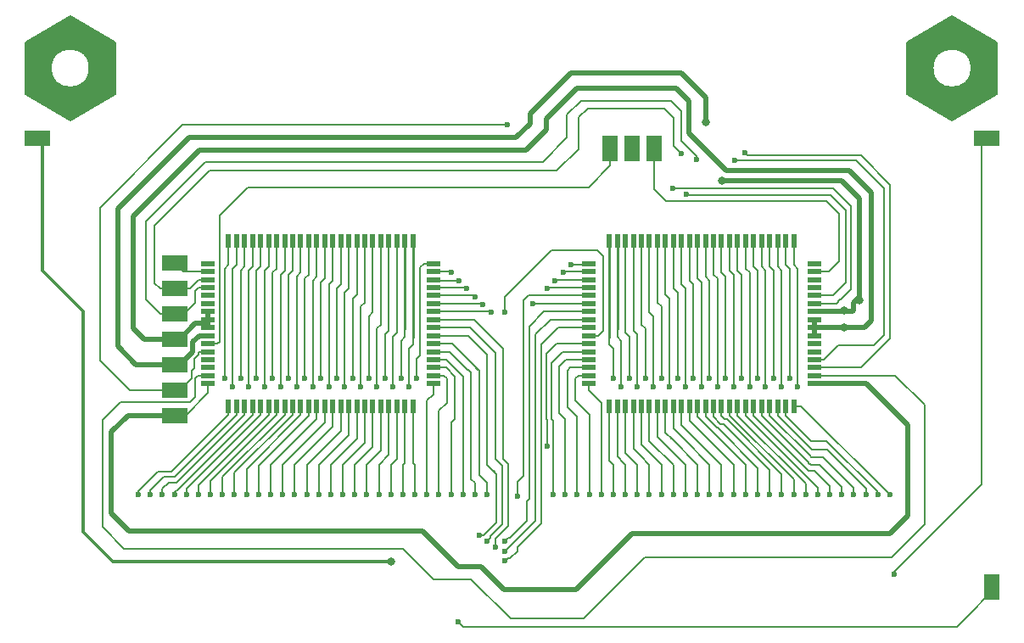
<source format=gbr>
G04 #@! TF.GenerationSoftware,KiCad,Pcbnew,5.0.2-bee76a0~70~ubuntu18.04.1*
G04 #@! TF.CreationDate,2019-04-15T15:13:08+02:00*
G04 #@! TF.ProjectId,ModulAdapter,4d6f6475-6c41-4646-9170-7465722e6b69,rev?*
G04 #@! TF.SameCoordinates,Original*
G04 #@! TF.FileFunction,Copper,L2,Bot*
G04 #@! TF.FilePolarity,Positive*
%FSLAX46Y46*%
G04 Gerber Fmt 4.6, Leading zero omitted, Abs format (unit mm)*
G04 Created by KiCad (PCBNEW 5.0.2-bee76a0~70~ubuntu18.04.1) date Mo 15 Apr 2019 15:13:08 CEST*
%MOMM*%
%LPD*%
G01*
G04 APERTURE LIST*
G04 #@! TA.AperFunction,EtchedComponent*
%ADD10C,2.250000*%
G04 #@! TD*
G04 #@! TA.AperFunction,EtchedComponent*
%ADD11C,1.000000*%
G04 #@! TD*
G04 #@! TA.AperFunction,EtchedComponent*
%ADD12C,0.150000*%
G04 #@! TD*
G04 #@! TA.AperFunction,ComponentPad*
%ADD13R,1.501140X1.501140*%
G04 #@! TD*
G04 #@! TA.AperFunction,SMDPad,CuDef*
%ADD14R,2.500000X1.501140*%
G04 #@! TD*
G04 #@! TA.AperFunction,SMDPad,CuDef*
%ADD15R,1.501140X2.500000*%
G04 #@! TD*
G04 #@! TA.AperFunction,SMDPad,CuDef*
%ADD16R,0.500000X1.480000*%
G04 #@! TD*
G04 #@! TA.AperFunction,SMDPad,CuDef*
%ADD17R,1.480000X0.500000*%
G04 #@! TD*
G04 #@! TA.AperFunction,BGAPad,CuDef*
%ADD18C,1.524000*%
G04 #@! TD*
G04 #@! TA.AperFunction,ViaPad*
%ADD19C,0.800000*%
G04 #@! TD*
G04 #@! TA.AperFunction,ViaPad*
%ADD20C,0.600000*%
G04 #@! TD*
G04 #@! TA.AperFunction,Conductor*
%ADD21C,0.500000*%
G04 #@! TD*
G04 #@! TA.AperFunction,Conductor*
%ADD22C,0.300000*%
G04 #@! TD*
G04 #@! TA.AperFunction,Conductor*
%ADD23C,0.200000*%
G04 #@! TD*
G04 #@! TA.AperFunction,Conductor*
%ADD24C,0.250000*%
G04 #@! TD*
G04 #@! TA.AperFunction,Conductor*
%ADD25C,0.150000*%
G04 #@! TD*
G04 APERTURE END LIST*
D10*
G04 #@! TO.C,P14*
X146982767Y-74000000D02*
G75*
G03X146982767Y-74000000I-2982767J0D01*
G01*
D11*
X144000000Y-69400000D02*
X148000000Y-71700000D01*
X148000000Y-71700000D02*
X148000000Y-76300000D01*
X148000000Y-76300000D02*
X144000000Y-78600000D01*
X144000000Y-78600000D02*
X140000000Y-76300000D01*
X140000000Y-76300000D02*
X140000000Y-71700000D01*
X140000000Y-71700000D02*
X144000000Y-69400000D01*
D12*
X148500000Y-76598000D02*
X144000000Y-79196000D01*
X144000000Y-79196000D02*
X139500000Y-76598000D01*
X139500000Y-71402000D02*
X144000000Y-68804000D01*
X144000000Y-68804000D02*
X148500000Y-71402000D01*
X148500000Y-71402000D02*
X148500000Y-76598000D01*
X139500000Y-71402000D02*
X139500000Y-76598000D01*
D10*
G04 #@! TO.C,P13*
X58982767Y-74000000D02*
G75*
G03X58982767Y-74000000I-2982767J0D01*
G01*
D11*
X56000000Y-69400000D02*
X60000000Y-71700000D01*
X60000000Y-71700000D02*
X60000000Y-76300000D01*
X60000000Y-76300000D02*
X56000000Y-78600000D01*
X56000000Y-78600000D02*
X52000000Y-76300000D01*
X52000000Y-76300000D02*
X52000000Y-71700000D01*
X52000000Y-71700000D02*
X56000000Y-69400000D01*
D12*
X60500000Y-76598000D02*
X56000000Y-79196000D01*
X56000000Y-79196000D02*
X51500000Y-76598000D01*
X51500000Y-71402000D02*
X56000000Y-68804000D01*
X56000000Y-68804000D02*
X60500000Y-71402000D01*
X60500000Y-71402000D02*
X60500000Y-76598000D01*
X51500000Y-71402000D02*
X51500000Y-76598000D01*
G04 #@! TD*
D13*
G04 #@! TO.P,P1,1*
G04 #@! TO.N,GND*
X53250000Y-81000000D03*
D14*
X52750000Y-81000000D03*
G04 #@! TD*
D13*
G04 #@! TO.P,P9,1*
G04 #@! TO.N,DIO_B*
X65913000Y-93431000D03*
D14*
X66413000Y-93431000D03*
G04 #@! TD*
D13*
G04 #@! TO.P,P8,1*
G04 #@! TO.N,LE_C*
X65913000Y-95971000D03*
D14*
X66413000Y-95971000D03*
G04 #@! TD*
D13*
G04 #@! TO.P,P2,1*
G04 #@! TO.N,V_GND*
X146990000Y-81000000D03*
D14*
X147490000Y-81000000D03*
G04 #@! TD*
D13*
G04 #@! TO.P,P3,1*
G04 #@! TO.N,VDD_C*
X65913000Y-103591000D03*
D14*
X66413000Y-103591000D03*
G04 #@! TD*
D13*
G04 #@! TO.P,P7,1*
G04 #@! TO.N,V_HV_C*
X65913000Y-108671000D03*
D14*
X66413000Y-108671000D03*
G04 #@! TD*
D13*
G04 #@! TO.P,P10,1*
G04 #@! TO.N,BL_C2*
X65913000Y-106131000D03*
D14*
X66413000Y-106131000D03*
G04 #@! TD*
D13*
G04 #@! TO.P,P11,1*
G04 #@! TO.N,CLK_C*
X65913000Y-98511000D03*
D14*
X66413000Y-98511000D03*
G04 #@! TD*
D13*
G04 #@! TO.P,P12,1*
G04 #@! TO.N,GND_C*
X65913000Y-101051000D03*
D14*
X66413000Y-101051000D03*
G04 #@! TD*
D13*
G04 #@! TO.P,P16,1*
G04 #@! TO.N,SENS_PAD*
X148000000Y-126250000D03*
D15*
X148000000Y-125750000D03*
G04 #@! TD*
D13*
G04 #@! TO.P,P4,1*
G04 #@! TO.N,DI_B*
X114250000Y-81500000D03*
D15*
X114250000Y-82000000D03*
G04 #@! TD*
D13*
G04 #@! TO.P,P5,1*
G04 #@! TO.N,POL_C2*
X109906000Y-81521500D03*
D15*
X109906000Y-82021500D03*
G04 #@! TD*
D13*
G04 #@! TO.P,P6,1*
G04 #@! TO.N,BL_C2*
X112065000Y-81521500D03*
D15*
X112065000Y-82021500D03*
G04 #@! TD*
D16*
G04 #@! TO.P,U4,1*
G04 #@! TO.N,Net-(J1-Pad197)*
X109800000Y-91260000D03*
G04 #@! TO.P,U4,2*
G04 #@! TO.N,Net-(J1-Pad199)*
X110600000Y-91260000D03*
G04 #@! TO.P,U4,3*
G04 #@! TO.N,Net-(J1-Pad201)*
X111400000Y-91260000D03*
G04 #@! TO.P,U4,4*
G04 #@! TO.N,Net-(J1-Pad203)*
X112200000Y-91260000D03*
G04 #@! TO.P,U4,5*
G04 #@! TO.N,Net-(J1-Pad205)*
X113000000Y-91260000D03*
G04 #@! TO.P,U4,6*
G04 #@! TO.N,Net-(J1-Pad207)*
X113800000Y-91260000D03*
G04 #@! TO.P,U4,7*
G04 #@! TO.N,Net-(J1-Pad209)*
X114600000Y-91260000D03*
G04 #@! TO.P,U4,8*
G04 #@! TO.N,Net-(J1-Pad211)*
X115400000Y-91260000D03*
G04 #@! TO.P,U4,9*
G04 #@! TO.N,Net-(J1-Pad213)*
X116200000Y-91260000D03*
G04 #@! TO.P,U4,10*
G04 #@! TO.N,Net-(J1-Pad215)*
X117000000Y-91260000D03*
G04 #@! TO.P,U4,11*
G04 #@! TO.N,Net-(J1-Pad217)*
X117800000Y-91260000D03*
G04 #@! TO.P,U4,12*
G04 #@! TO.N,Net-(J1-Pad219)*
X118600000Y-91260000D03*
G04 #@! TO.P,U4,13*
G04 #@! TO.N,Net-(J1-Pad221)*
X119400000Y-91260000D03*
G04 #@! TO.P,U4,14*
G04 #@! TO.N,Net-(J1-Pad223)*
X120200000Y-91260000D03*
G04 #@! TO.P,U4,15*
G04 #@! TO.N,Net-(J1-Pad225)*
X121000000Y-91260000D03*
G04 #@! TO.P,U4,16*
G04 #@! TO.N,Net-(J1-Pad227)*
X121800000Y-91260000D03*
G04 #@! TO.P,U4,17*
G04 #@! TO.N,Net-(J1-Pad229)*
X122600000Y-91260000D03*
G04 #@! TO.P,U4,18*
G04 #@! TO.N,Net-(J1-Pad231)*
X123400000Y-91260000D03*
G04 #@! TO.P,U4,19*
G04 #@! TO.N,Net-(J1-Pad233)*
X124200000Y-91260000D03*
G04 #@! TO.P,U4,20*
G04 #@! TO.N,Net-(J1-Pad235)*
X125000000Y-91260000D03*
G04 #@! TO.P,U4,21*
G04 #@! TO.N,Net-(J1-Pad237)*
X125800000Y-91260000D03*
G04 #@! TO.P,U4,22*
G04 #@! TO.N,Net-(J1-Pad239)*
X126600000Y-91260000D03*
G04 #@! TO.P,U4,23*
G04 #@! TO.N,Net-(J1-Pad241)*
X127400000Y-91260000D03*
G04 #@! TO.P,U4,24*
G04 #@! TO.N,Net-(J1-Pad243)*
X128200000Y-91260000D03*
D17*
G04 #@! TO.P,U4,25*
G04 #@! TO.N,N/C*
X130240000Y-93500000D03*
G04 #@! TO.P,U4,26*
G04 #@! TO.N,DI_B*
X130240000Y-94300000D03*
G04 #@! TO.P,U4,27*
G04 #@! TO.N,N/C*
X130240000Y-95100000D03*
G04 #@! TO.P,U4,28*
X130240000Y-95900000D03*
G04 #@! TO.P,U4,29*
G04 #@! TO.N,BL_C2*
X130240000Y-96700000D03*
G04 #@! TO.P,U4,30*
G04 #@! TO.N,POL_C2*
X130240000Y-97500000D03*
G04 #@! TO.P,U4,31*
G04 #@! TO.N,VDD_C*
X130240000Y-98300000D03*
G04 #@! TO.P,U4,32*
G04 #@! TO.N,GND_C*
X130240000Y-99100000D03*
G04 #@! TO.P,U4,33*
X130240000Y-99900000D03*
G04 #@! TO.P,U4,34*
X130240000Y-100700000D03*
G04 #@! TO.P,U4,35*
G04 #@! TO.N,N/C*
X130240000Y-101500000D03*
G04 #@! TO.P,U4,36*
X130240000Y-102300000D03*
G04 #@! TO.P,U4,37*
G04 #@! TO.N,CLK_C*
X130240000Y-103100000D03*
G04 #@! TO.P,U4,38*
G04 #@! TO.N,LE_C*
X130240000Y-103900000D03*
G04 #@! TO.P,U4,39*
G04 #@! TO.N,Net-(U2-Pad26)*
X130240000Y-104700000D03*
G04 #@! TO.P,U4,40*
G04 #@! TO.N,V_HV_C*
X130240000Y-105500000D03*
D16*
G04 #@! TO.P,U4,41*
G04 #@! TO.N,Net-(J1-Pad244)*
X128200000Y-107740000D03*
G04 #@! TO.P,U4,42*
G04 #@! TO.N,Net-(J1-Pad242)*
X127400000Y-107740000D03*
G04 #@! TO.P,U4,43*
G04 #@! TO.N,Net-(J1-Pad240)*
X126600000Y-107740000D03*
G04 #@! TO.P,U4,44*
G04 #@! TO.N,Net-(J1-Pad238)*
X125800000Y-107740000D03*
G04 #@! TO.P,U4,45*
G04 #@! TO.N,Net-(J1-Pad236)*
X125000000Y-107740000D03*
G04 #@! TO.P,U4,46*
G04 #@! TO.N,Net-(J1-Pad234)*
X124200000Y-107740000D03*
G04 #@! TO.P,U4,47*
G04 #@! TO.N,Net-(J1-Pad232)*
X123400000Y-107740000D03*
G04 #@! TO.P,U4,48*
G04 #@! TO.N,Net-(J1-Pad230)*
X122600000Y-107740000D03*
G04 #@! TO.P,U4,49*
G04 #@! TO.N,Net-(J1-Pad228)*
X121800000Y-107740000D03*
G04 #@! TO.P,U4,50*
G04 #@! TO.N,Net-(J1-Pad226)*
X121000000Y-107740000D03*
G04 #@! TO.P,U4,51*
G04 #@! TO.N,Net-(J1-Pad224)*
X120200000Y-107740000D03*
G04 #@! TO.P,U4,52*
G04 #@! TO.N,Net-(J1-Pad222)*
X119400000Y-107740000D03*
G04 #@! TO.P,U4,53*
G04 #@! TO.N,Net-(J1-Pad220)*
X118600000Y-107740000D03*
G04 #@! TO.P,U4,54*
G04 #@! TO.N,Net-(J1-Pad218)*
X117800000Y-107740000D03*
G04 #@! TO.P,U4,55*
G04 #@! TO.N,Net-(J1-Pad216)*
X117000000Y-107740000D03*
G04 #@! TO.P,U4,56*
G04 #@! TO.N,Net-(J1-Pad214)*
X116200000Y-107740000D03*
G04 #@! TO.P,U4,57*
G04 #@! TO.N,Net-(J1-Pad212)*
X115400000Y-107740000D03*
G04 #@! TO.P,U4,58*
G04 #@! TO.N,Net-(J1-Pad210)*
X114600000Y-107740000D03*
G04 #@! TO.P,U4,59*
G04 #@! TO.N,Net-(J1-Pad208)*
X113800000Y-107740000D03*
G04 #@! TO.P,U4,60*
G04 #@! TO.N,Net-(J1-Pad206)*
X113000000Y-107740000D03*
G04 #@! TO.P,U4,61*
G04 #@! TO.N,Net-(J1-Pad204)*
X112200000Y-107740000D03*
G04 #@! TO.P,U4,62*
G04 #@! TO.N,Net-(J1-Pad202)*
X111400000Y-107740000D03*
G04 #@! TO.P,U4,63*
G04 #@! TO.N,Net-(J1-Pad200)*
X110600000Y-107740000D03*
G04 #@! TO.P,U4,64*
G04 #@! TO.N,Net-(J1-Pad198)*
X109800000Y-107740000D03*
D17*
G04 #@! TO.P,U4,65*
G04 #@! TO.N,Net-(J1-Pad196)*
X107760000Y-105500000D03*
G04 #@! TO.P,U4,66*
G04 #@! TO.N,Net-(J1-Pad194)*
X107760000Y-104700000D03*
G04 #@! TO.P,U4,67*
G04 #@! TO.N,Net-(J1-Pad192)*
X107760000Y-103900000D03*
G04 #@! TO.P,U4,68*
G04 #@! TO.N,Net-(J1-Pad190)*
X107760000Y-103100000D03*
G04 #@! TO.P,U4,69*
G04 #@! TO.N,Net-(J1-Pad188)*
X107760000Y-102300000D03*
G04 #@! TO.P,U4,70*
G04 #@! TO.N,Net-(J1-Pad186)*
X107760000Y-101500000D03*
G04 #@! TO.P,U4,71*
G04 #@! TO.N,Net-(J1-Pad184)*
X107760000Y-100700000D03*
G04 #@! TO.P,U4,72*
G04 #@! TO.N,Net-(J1-Pad63)*
X107760000Y-99900000D03*
G04 #@! TO.P,U4,73*
G04 #@! TO.N,Net-(J1-Pad64)*
X107760000Y-99100000D03*
G04 #@! TO.P,U4,74*
G04 #@! TO.N,Net-(J1-Pad65)*
X107760000Y-98300000D03*
G04 #@! TO.P,U4,75*
G04 #@! TO.N,Net-(J1-Pad185)*
X107760000Y-97500000D03*
G04 #@! TO.P,U4,76*
G04 #@! TO.N,Net-(J1-Pad187)*
X107760000Y-96700000D03*
G04 #@! TO.P,U4,77*
G04 #@! TO.N,Net-(J1-Pad189)*
X107760000Y-95900000D03*
G04 #@! TO.P,U4,78*
G04 #@! TO.N,Net-(J1-Pad191)*
X107760000Y-95100000D03*
G04 #@! TO.P,U4,79*
G04 #@! TO.N,Net-(J1-Pad193)*
X107760000Y-94300000D03*
G04 #@! TO.P,U4,80*
G04 #@! TO.N,Net-(J1-Pad195)*
X107760000Y-93500000D03*
G04 #@! TD*
D16*
G04 #@! TO.P,U2,1*
G04 #@! TO.N,Net-(J1-Pad170)*
X90200000Y-107740000D03*
G04 #@! TO.P,U2,2*
G04 #@! TO.N,Net-(J1-Pad168)*
X89400000Y-107740000D03*
G04 #@! TO.P,U2,3*
G04 #@! TO.N,Net-(J1-Pad166)*
X88600000Y-107740000D03*
G04 #@! TO.P,U2,4*
G04 #@! TO.N,Net-(J1-Pad164)*
X87800000Y-107740000D03*
G04 #@! TO.P,U2,5*
G04 #@! TO.N,Net-(J1-Pad162)*
X87000000Y-107740000D03*
G04 #@! TO.P,U2,6*
G04 #@! TO.N,Net-(J1-Pad160)*
X86200000Y-107740000D03*
G04 #@! TO.P,U2,7*
G04 #@! TO.N,Net-(J1-Pad158)*
X85400000Y-107740000D03*
G04 #@! TO.P,U2,8*
G04 #@! TO.N,Net-(J1-Pad156)*
X84600000Y-107740000D03*
G04 #@! TO.P,U2,9*
G04 #@! TO.N,Net-(J1-Pad154)*
X83800000Y-107740000D03*
G04 #@! TO.P,U2,10*
G04 #@! TO.N,Net-(J1-Pad152)*
X83000000Y-107740000D03*
G04 #@! TO.P,U2,11*
G04 #@! TO.N,Net-(J1-Pad150)*
X82200000Y-107740000D03*
G04 #@! TO.P,U2,12*
G04 #@! TO.N,Net-(J1-Pad148)*
X81400000Y-107740000D03*
G04 #@! TO.P,U2,13*
G04 #@! TO.N,Net-(J1-Pad146)*
X80600000Y-107740000D03*
G04 #@! TO.P,U2,14*
G04 #@! TO.N,Net-(J1-Pad144)*
X79800000Y-107740000D03*
G04 #@! TO.P,U2,15*
G04 #@! TO.N,Net-(J1-Pad142)*
X79000000Y-107740000D03*
G04 #@! TO.P,U2,16*
G04 #@! TO.N,Net-(J1-Pad140)*
X78200000Y-107740000D03*
G04 #@! TO.P,U2,17*
G04 #@! TO.N,Net-(J1-Pad138)*
X77400000Y-107740000D03*
G04 #@! TO.P,U2,18*
G04 #@! TO.N,Net-(J1-Pad136)*
X76600000Y-107740000D03*
G04 #@! TO.P,U2,19*
G04 #@! TO.N,Net-(J1-Pad134)*
X75800000Y-107740000D03*
G04 #@! TO.P,U2,20*
G04 #@! TO.N,Net-(J1-Pad132)*
X75000000Y-107740000D03*
G04 #@! TO.P,U2,21*
G04 #@! TO.N,Net-(J1-Pad130)*
X74200000Y-107740000D03*
G04 #@! TO.P,U2,22*
G04 #@! TO.N,Net-(J1-Pad128)*
X73400000Y-107740000D03*
G04 #@! TO.P,U2,23*
G04 #@! TO.N,Net-(J1-Pad126)*
X72600000Y-107740000D03*
G04 #@! TO.P,U2,24*
G04 #@! TO.N,Net-(J1-Pad124)*
X71800000Y-107740000D03*
D17*
G04 #@! TO.P,U2,25*
G04 #@! TO.N,V_HV_C*
X69760000Y-105500000D03*
G04 #@! TO.P,U2,26*
G04 #@! TO.N,Net-(U2-Pad26)*
X69760000Y-104700000D03*
G04 #@! TO.P,U2,27*
G04 #@! TO.N,N/C*
X69760000Y-103900000D03*
G04 #@! TO.P,U2,28*
X69760000Y-103100000D03*
G04 #@! TO.P,U2,29*
G04 #@! TO.N,BL_C2*
X69760000Y-102300000D03*
G04 #@! TO.P,U2,30*
G04 #@! TO.N,POL_C2*
X69760000Y-101500000D03*
G04 #@! TO.P,U2,31*
G04 #@! TO.N,VDD_C*
X69760000Y-100700000D03*
G04 #@! TO.P,U2,32*
G04 #@! TO.N,GND_C*
X69760000Y-99900000D03*
G04 #@! TO.P,U2,33*
X69760000Y-99100000D03*
G04 #@! TO.P,U2,34*
X69760000Y-98300000D03*
G04 #@! TO.P,U2,35*
G04 #@! TO.N,N/C*
X69760000Y-97500000D03*
G04 #@! TO.P,U2,36*
X69760000Y-96700000D03*
G04 #@! TO.P,U2,37*
G04 #@! TO.N,CLK_C*
X69760000Y-95900000D03*
G04 #@! TO.P,U2,38*
G04 #@! TO.N,LE_C*
X69760000Y-95100000D03*
G04 #@! TO.P,U2,39*
G04 #@! TO.N,DIO_B*
X69760000Y-94300000D03*
G04 #@! TO.P,U2,40*
G04 #@! TO.N,N/C*
X69760000Y-93500000D03*
D16*
G04 #@! TO.P,U2,41*
G04 #@! TO.N,Net-(J1-Pad123)*
X71800000Y-91260000D03*
G04 #@! TO.P,U2,42*
G04 #@! TO.N,Net-(J1-Pad125)*
X72600000Y-91260000D03*
G04 #@! TO.P,U2,43*
G04 #@! TO.N,Net-(J1-Pad127)*
X73400000Y-91260000D03*
G04 #@! TO.P,U2,44*
G04 #@! TO.N,Net-(J1-Pad129)*
X74200000Y-91260000D03*
G04 #@! TO.P,U2,45*
G04 #@! TO.N,Net-(J1-Pad131)*
X75000000Y-91260000D03*
G04 #@! TO.P,U2,46*
G04 #@! TO.N,Net-(J1-Pad133)*
X75800000Y-91260000D03*
G04 #@! TO.P,U2,47*
G04 #@! TO.N,Net-(J1-Pad135)*
X76600000Y-91260000D03*
G04 #@! TO.P,U2,48*
G04 #@! TO.N,Net-(J1-Pad137)*
X77400000Y-91260000D03*
G04 #@! TO.P,U2,49*
G04 #@! TO.N,Net-(J1-Pad139)*
X78200000Y-91260000D03*
G04 #@! TO.P,U2,50*
G04 #@! TO.N,Net-(J1-Pad141)*
X79000000Y-91260000D03*
G04 #@! TO.P,U2,51*
G04 #@! TO.N,Net-(J1-Pad143)*
X79800000Y-91260000D03*
G04 #@! TO.P,U2,52*
G04 #@! TO.N,Net-(J1-Pad145)*
X80600000Y-91260000D03*
G04 #@! TO.P,U2,53*
G04 #@! TO.N,Net-(J1-Pad147)*
X81400000Y-91260000D03*
G04 #@! TO.P,U2,54*
G04 #@! TO.N,Net-(J1-Pad149)*
X82200000Y-91260000D03*
G04 #@! TO.P,U2,55*
G04 #@! TO.N,Net-(J1-Pad151)*
X83000000Y-91260000D03*
G04 #@! TO.P,U2,56*
G04 #@! TO.N,Net-(J1-Pad153)*
X83800000Y-91260000D03*
G04 #@! TO.P,U2,57*
G04 #@! TO.N,Net-(J1-Pad155)*
X84600000Y-91260000D03*
G04 #@! TO.P,U2,58*
G04 #@! TO.N,Net-(J1-Pad157)*
X85400000Y-91260000D03*
G04 #@! TO.P,U2,59*
G04 #@! TO.N,Net-(J1-Pad159)*
X86200000Y-91260000D03*
G04 #@! TO.P,U2,60*
G04 #@! TO.N,Net-(J1-Pad161)*
X87000000Y-91260000D03*
G04 #@! TO.P,U2,61*
G04 #@! TO.N,Net-(J1-Pad163)*
X87800000Y-91260000D03*
G04 #@! TO.P,U2,62*
G04 #@! TO.N,Net-(J1-Pad165)*
X88600000Y-91260000D03*
G04 #@! TO.P,U2,63*
G04 #@! TO.N,Net-(J1-Pad167)*
X89400000Y-91260000D03*
G04 #@! TO.P,U2,64*
G04 #@! TO.N,Net-(J1-Pad169)*
X90200000Y-91260000D03*
D17*
G04 #@! TO.P,U2,65*
G04 #@! TO.N,Net-(J1-Pad171)*
X92240000Y-93500000D03*
G04 #@! TO.P,U2,66*
G04 #@! TO.N,Net-(J1-Pad173)*
X92240000Y-94300000D03*
G04 #@! TO.P,U2,67*
G04 #@! TO.N,Net-(J1-Pad175)*
X92240000Y-95100000D03*
G04 #@! TO.P,U2,68*
G04 #@! TO.N,Net-(J1-Pad177)*
X92240000Y-95900000D03*
G04 #@! TO.P,U2,69*
G04 #@! TO.N,Net-(J1-Pad179)*
X92240000Y-96700000D03*
G04 #@! TO.P,U2,70*
G04 #@! TO.N,Net-(J1-Pad181)*
X92240000Y-97500000D03*
G04 #@! TO.P,U2,71*
G04 #@! TO.N,Net-(J1-Pad183)*
X92240000Y-98300000D03*
G04 #@! TO.P,U2,72*
G04 #@! TO.N,Net-(J1-Pad62)*
X92240000Y-99100000D03*
G04 #@! TO.P,U2,73*
G04 #@! TO.N,Net-(J1-Pad61)*
X92240000Y-99900000D03*
G04 #@! TO.P,U2,74*
G04 #@! TO.N,Net-(J1-Pad60)*
X92240000Y-100700000D03*
G04 #@! TO.P,U2,75*
G04 #@! TO.N,Net-(J1-Pad182)*
X92240000Y-101500000D03*
G04 #@! TO.P,U2,76*
G04 #@! TO.N,Net-(J1-Pad180)*
X92240000Y-102300000D03*
G04 #@! TO.P,U2,77*
G04 #@! TO.N,Net-(J1-Pad178)*
X92240000Y-103100000D03*
G04 #@! TO.P,U2,78*
G04 #@! TO.N,Net-(J1-Pad176)*
X92240000Y-103900000D03*
G04 #@! TO.P,U2,79*
G04 #@! TO.N,Net-(J1-Pad174)*
X92240000Y-104700000D03*
G04 #@! TO.P,U2,80*
G04 #@! TO.N,Net-(J1-Pad172)*
X92240000Y-105500000D03*
G04 #@! TD*
D18*
G04 #@! TO.P,P14,1*
G04 #@! TO.N,V_GND*
X144000000Y-70900000D03*
G04 #@! TD*
G04 #@! TO.P,P13,1*
G04 #@! TO.N,GND*
X56000000Y-70900000D03*
G04 #@! TD*
D19*
G04 #@! TO.N,GND*
X88000000Y-123250000D03*
D20*
G04 #@! TO.N,V_GND*
X138250000Y-124500000D03*
D19*
G04 #@! TO.N,VDD_C*
X133274000Y-98222000D03*
X134798000Y-97206000D03*
X121082000Y-85268000D03*
X119431000Y-79426000D03*
G04 #@! TO.N,GND_C*
X133274000Y-99873000D03*
D20*
G04 #@! TO.N,POL_C2*
X116129000Y-86030000D03*
G04 #@! TO.N,Net-(J1-Pad123)*
X71400000Y-105000000D03*
G04 #@! TO.N,Net-(J1-Pad124)*
X62800000Y-116600000D03*
G04 #@! TO.N,Net-(J1-Pad125)*
X72200000Y-105800000D03*
G04 #@! TO.N,Net-(J1-Pad126)*
X64000000Y-116600000D03*
G04 #@! TO.N,Net-(J1-Pad127)*
X73000000Y-105000000D03*
G04 #@! TO.N,Net-(J1-Pad128)*
X65200000Y-116600000D03*
G04 #@! TO.N,Net-(J1-Pad129)*
X73800000Y-105800000D03*
G04 #@! TO.N,Net-(J1-Pad130)*
X66400000Y-116600000D03*
G04 #@! TO.N,Net-(J1-Pad131)*
X74600000Y-105000000D03*
G04 #@! TO.N,Net-(J1-Pad132)*
X67600000Y-116600000D03*
G04 #@! TO.N,Net-(J1-Pad133)*
X75400000Y-105800000D03*
G04 #@! TO.N,Net-(J1-Pad134)*
X68800000Y-116600000D03*
G04 #@! TO.N,Net-(J1-Pad135)*
X76200000Y-105000000D03*
G04 #@! TO.N,Net-(J1-Pad136)*
X70000000Y-116600000D03*
G04 #@! TO.N,Net-(J1-Pad137)*
X77000000Y-105800000D03*
G04 #@! TO.N,Net-(J1-Pad138)*
X71200000Y-116600000D03*
G04 #@! TO.N,Net-(J1-Pad139)*
X77800000Y-105000000D03*
G04 #@! TO.N,Net-(J1-Pad140)*
X72400000Y-116600000D03*
G04 #@! TO.N,Net-(J1-Pad141)*
X78600000Y-105800000D03*
G04 #@! TO.N,Net-(J1-Pad142)*
X73600000Y-116600000D03*
G04 #@! TO.N,Net-(J1-Pad143)*
X79400000Y-105000000D03*
G04 #@! TO.N,Net-(J1-Pad144)*
X74800000Y-116600000D03*
G04 #@! TO.N,Net-(J1-Pad145)*
X80200000Y-105800000D03*
G04 #@! TO.N,Net-(J1-Pad146)*
X76000000Y-116600000D03*
G04 #@! TO.N,Net-(J1-Pad147)*
X81000000Y-105000000D03*
G04 #@! TO.N,Net-(J1-Pad148)*
X77200000Y-116600000D03*
G04 #@! TO.N,Net-(J1-Pad149)*
X81800000Y-105800000D03*
G04 #@! TO.N,Net-(J1-Pad150)*
X78400000Y-116600000D03*
G04 #@! TO.N,Net-(J1-Pad151)*
X82600000Y-105000000D03*
G04 #@! TO.N,Net-(J1-Pad152)*
X79600000Y-116600000D03*
G04 #@! TO.N,Net-(J1-Pad153)*
X83400000Y-105800000D03*
G04 #@! TO.N,Net-(J1-Pad154)*
X80800000Y-116600000D03*
G04 #@! TO.N,Net-(J1-Pad155)*
X84200000Y-105000000D03*
G04 #@! TO.N,Net-(J1-Pad156)*
X82000000Y-116600000D03*
G04 #@! TO.N,Net-(J1-Pad157)*
X85000000Y-105800000D03*
G04 #@! TO.N,Net-(J1-Pad158)*
X83200000Y-116600000D03*
G04 #@! TO.N,Net-(J1-Pad159)*
X85800000Y-105000000D03*
G04 #@! TO.N,Net-(J1-Pad160)*
X84400000Y-116600000D03*
G04 #@! TO.N,Net-(J1-Pad161)*
X86600000Y-105800000D03*
G04 #@! TO.N,Net-(J1-Pad162)*
X85600000Y-116600000D03*
G04 #@! TO.N,Net-(J1-Pad163)*
X87400000Y-105000000D03*
G04 #@! TO.N,Net-(J1-Pad164)*
X86800000Y-116600000D03*
G04 #@! TO.N,Net-(J1-Pad165)*
X88200000Y-105800000D03*
G04 #@! TO.N,Net-(J1-Pad166)*
X88000000Y-116600000D03*
G04 #@! TO.N,Net-(J1-Pad167)*
X89000000Y-105000000D03*
G04 #@! TO.N,Net-(J1-Pad168)*
X89200000Y-116600000D03*
G04 #@! TO.N,Net-(J1-Pad169)*
X89800000Y-105800000D03*
G04 #@! TO.N,Net-(J1-Pad170)*
X90400000Y-116600000D03*
G04 #@! TO.N,Net-(J1-Pad171)*
X90600000Y-105000000D03*
G04 #@! TO.N,Net-(J1-Pad172)*
X91600000Y-116600000D03*
G04 #@! TO.N,Net-(J1-Pad173)*
X94000000Y-94400000D03*
G04 #@! TO.N,Net-(J1-Pad174)*
X92800000Y-116600000D03*
G04 #@! TO.N,Net-(J1-Pad175)*
X94800000Y-95200000D03*
G04 #@! TO.N,Net-(J1-Pad176)*
X94000000Y-116600000D03*
G04 #@! TO.N,Net-(J1-Pad177)*
X95600000Y-96000000D03*
G04 #@! TO.N,Net-(J1-Pad178)*
X95200000Y-116600000D03*
G04 #@! TO.N,Net-(J1-Pad180)*
X96400000Y-116600000D03*
G04 #@! TO.N,Net-(J1-Pad186)*
X103600000Y-111700000D03*
G04 #@! TO.N,Net-(J1-Pad188)*
X104200000Y-116600000D03*
G04 #@! TO.N,Net-(J1-Pad190)*
X105400000Y-116600000D03*
G04 #@! TO.N,Net-(J1-Pad192)*
X106600000Y-116600000D03*
G04 #@! TO.N,Net-(J1-Pad193)*
X105200000Y-94400000D03*
G04 #@! TO.N,Net-(J1-Pad194)*
X107800000Y-116600000D03*
G04 #@! TO.N,Net-(J1-Pad195)*
X106000000Y-93600000D03*
G04 #@! TO.N,Net-(J1-Pad196)*
X109000000Y-116600000D03*
G04 #@! TO.N,Net-(J1-Pad197)*
X110200000Y-104990248D03*
G04 #@! TO.N,Net-(J1-Pad198)*
X110200000Y-116590248D03*
G04 #@! TO.N,Net-(J1-Pad199)*
X111000000Y-105790248D03*
G04 #@! TO.N,Net-(J1-Pad200)*
X111400000Y-116590248D03*
G04 #@! TO.N,Net-(J1-Pad201)*
X111800000Y-104990248D03*
G04 #@! TO.N,Net-(J1-Pad202)*
X112600000Y-116590248D03*
G04 #@! TO.N,Net-(J1-Pad203)*
X112600000Y-105790248D03*
G04 #@! TO.N,Net-(J1-Pad204)*
X113800000Y-116590248D03*
G04 #@! TO.N,Net-(J1-Pad205)*
X113400000Y-104990248D03*
G04 #@! TO.N,Net-(J1-Pad206)*
X115000000Y-116590248D03*
G04 #@! TO.N,Net-(J1-Pad207)*
X114200000Y-105790248D03*
G04 #@! TO.N,Net-(J1-Pad208)*
X116200000Y-116590248D03*
G04 #@! TO.N,Net-(J1-Pad209)*
X115000000Y-104990248D03*
G04 #@! TO.N,Net-(J1-Pad210)*
X117400000Y-116590248D03*
G04 #@! TO.N,Net-(J1-Pad211)*
X115800000Y-105790248D03*
G04 #@! TO.N,Net-(J1-Pad212)*
X118600000Y-116590248D03*
G04 #@! TO.N,Net-(J1-Pad213)*
X116600000Y-104990248D03*
G04 #@! TO.N,Net-(J1-Pad214)*
X119800000Y-116590248D03*
G04 #@! TO.N,Net-(J1-Pad215)*
X117400000Y-105790248D03*
G04 #@! TO.N,Net-(J1-Pad216)*
X121000000Y-116590248D03*
G04 #@! TO.N,Net-(J1-Pad217)*
X118200000Y-104990248D03*
G04 #@! TO.N,Net-(J1-Pad218)*
X122200000Y-116590248D03*
G04 #@! TO.N,Net-(J1-Pad219)*
X119000000Y-105790248D03*
G04 #@! TO.N,Net-(J1-Pad220)*
X123400000Y-116590248D03*
G04 #@! TO.N,Net-(J1-Pad221)*
X119800000Y-104990248D03*
G04 #@! TO.N,Net-(J1-Pad222)*
X124600000Y-116590248D03*
G04 #@! TO.N,Net-(J1-Pad223)*
X120600000Y-105790248D03*
G04 #@! TO.N,Net-(J1-Pad224)*
X125800000Y-116590248D03*
G04 #@! TO.N,Net-(J1-Pad225)*
X121400000Y-104990248D03*
G04 #@! TO.N,Net-(J1-Pad226)*
X127000000Y-116590248D03*
G04 #@! TO.N,Net-(J1-Pad227)*
X122200000Y-105790248D03*
G04 #@! TO.N,Net-(J1-Pad228)*
X128200000Y-116590248D03*
G04 #@! TO.N,Net-(J1-Pad229)*
X123000000Y-104990248D03*
G04 #@! TO.N,Net-(J1-Pad230)*
X129400000Y-116590248D03*
G04 #@! TO.N,Net-(J1-Pad231)*
X123800000Y-105790248D03*
G04 #@! TO.N,Net-(J1-Pad232)*
X130600000Y-116590248D03*
G04 #@! TO.N,Net-(J1-Pad233)*
X124600000Y-104990248D03*
G04 #@! TO.N,Net-(J1-Pad234)*
X131800000Y-116590248D03*
G04 #@! TO.N,Net-(J1-Pad235)*
X125400000Y-105790248D03*
G04 #@! TO.N,Net-(J1-Pad236)*
X133000000Y-116590248D03*
G04 #@! TO.N,Net-(J1-Pad237)*
X126200000Y-104990248D03*
G04 #@! TO.N,Net-(J1-Pad238)*
X134200000Y-116590248D03*
G04 #@! TO.N,Net-(J1-Pad239)*
X127000000Y-105790248D03*
G04 #@! TO.N,Net-(J1-Pad240)*
X135400000Y-116590248D03*
G04 #@! TO.N,Net-(J1-Pad241)*
X127800000Y-104990248D03*
G04 #@! TO.N,Net-(J1-Pad242)*
X136600000Y-116590248D03*
G04 #@! TO.N,Net-(J1-Pad243)*
X128600000Y-105790248D03*
G04 #@! TO.N,Net-(J1-Pad244)*
X137800000Y-116590248D03*
G04 #@! TO.N,Net-(J1-Pad179)*
X96400000Y-96800000D03*
G04 #@! TO.N,Net-(J1-Pad181)*
X97200000Y-97600000D03*
G04 #@! TO.N,Net-(J1-Pad182)*
X97600000Y-116600000D03*
G04 #@! TO.N,Net-(J1-Pad183)*
X98000000Y-98400000D03*
G04 #@! TO.N,Net-(J1-Pad184)*
X99400000Y-98400000D03*
G04 #@! TO.N,Net-(J1-Pad185)*
X102200000Y-97500000D03*
G04 #@! TO.N,Net-(J1-Pad187)*
X100600000Y-116700000D03*
G04 #@! TO.N,Net-(J1-Pad189)*
X103600000Y-96000000D03*
G04 #@! TO.N,Net-(J1-Pad191)*
X104400000Y-95200000D03*
G04 #@! TO.N,Net-(J1-Pad60)*
X96800000Y-120600000D03*
G04 #@! TO.N,Net-(J1-Pad61)*
X97600000Y-121200000D03*
G04 #@! TO.N,Net-(J1-Pad62)*
X98400000Y-121800000D03*
G04 #@! TO.N,Net-(J1-Pad63)*
X99400000Y-123200000D03*
G04 #@! TO.N,LE_C*
X123368000Y-82474000D03*
X117000000Y-82500000D03*
G04 #@! TO.N,BL_C2*
X99619000Y-79680000D03*
X117526000Y-86623000D03*
G04 #@! TO.N,CLK_C*
X122352000Y-83236000D03*
X118542000Y-83109000D03*
G04 #@! TO.N,SENS_PAD*
X94750000Y-129250000D03*
G04 #@! TO.N,Net-(J1-Pad64)*
X99400000Y-122200000D03*
G04 #@! TO.N,Net-(J1-Pad65)*
X99400000Y-121200000D03*
G04 #@! TD*
D21*
G04 #@! TO.N,GND*
X56000000Y-70900000D02*
X54431000Y-70900000D01*
D22*
X88000000Y-123250000D02*
X60250000Y-123250000D01*
X60250000Y-123250000D02*
X57250000Y-120250000D01*
X57250000Y-120250000D02*
X57250000Y-98250000D01*
X53250000Y-94250000D02*
X53250000Y-81000000D01*
X57250000Y-98250000D02*
X53250000Y-94250000D01*
D23*
G04 #@! TO.N,V_GND*
X146990000Y-81000000D02*
X146990000Y-115510000D01*
X146990000Y-115510000D02*
X138250000Y-124250000D01*
X138250000Y-124250000D02*
X138250000Y-124500000D01*
D21*
G04 #@! TO.N,VDD_C*
X65913000Y-103591000D02*
X64770000Y-103591000D01*
X67163570Y-103591000D02*
X67300000Y-103454570D01*
X65913000Y-103591000D02*
X67163570Y-103591000D01*
X67409000Y-103591000D02*
X67163570Y-103591000D01*
X69760000Y-100700000D02*
X68845678Y-100700000D01*
X68845678Y-100700000D02*
X68200000Y-101345678D01*
X66912430Y-103591000D02*
X66413000Y-103591000D01*
X68200000Y-102303430D02*
X66912430Y-103591000D01*
X68200000Y-101345678D02*
X68200000Y-102303430D01*
X131480000Y-98300000D02*
X130240000Y-98300000D01*
X133745000Y-98300000D02*
X131480000Y-98300000D01*
X133745000Y-98300000D02*
X134085000Y-98300000D01*
X134085000Y-98300000D02*
X134163000Y-98222000D01*
X134798000Y-96825000D02*
X134163000Y-97460000D01*
X134798000Y-87046000D02*
X134798000Y-96825000D01*
X133020000Y-85268000D02*
X134798000Y-87046000D01*
X134163000Y-97460000D02*
X134163000Y-98222000D01*
X122860000Y-85268000D02*
X133020000Y-85268000D01*
X121082000Y-85268000D02*
X122860000Y-85268000D01*
X62566000Y-103591000D02*
X65913000Y-103591000D01*
X60753000Y-101778000D02*
X62566000Y-103591000D01*
X60753000Y-88066000D02*
X60753000Y-101778000D01*
X67869000Y-80950000D02*
X60753000Y-88066000D01*
X119431000Y-79426000D02*
X119431000Y-76931000D01*
X119431000Y-76931000D02*
X117000000Y-74500000D01*
X100508000Y-80950000D02*
X67869000Y-80950000D01*
X117000000Y-74500000D02*
X105942000Y-74500000D01*
X105942000Y-74500000D02*
X101905000Y-78537000D01*
X101905000Y-78537000D02*
X101905000Y-79553000D01*
X101905000Y-79553000D02*
X100508000Y-80950000D01*
G04 #@! TO.N,GND_C*
X65913000Y-101051000D02*
X65024000Y-101051000D01*
X69760000Y-98370000D02*
X69760000Y-99170000D01*
X65913000Y-101051000D02*
X67163570Y-101051000D01*
X66912430Y-101051000D02*
X66413000Y-101051000D01*
X69750000Y-99492000D02*
X68471430Y-99492000D01*
X68471430Y-99492000D02*
X66912430Y-101051000D01*
X69750000Y-99492000D02*
X69750000Y-99890000D01*
X69750000Y-99090000D02*
X69750000Y-99492000D01*
X134036000Y-99900000D02*
X134290000Y-99900000D01*
X130240000Y-99900000D02*
X134036000Y-99900000D01*
X130240000Y-99100000D02*
X130240000Y-100700000D01*
X135270000Y-99900000D02*
X134036000Y-99900000D01*
X101524000Y-82220000D02*
X103556000Y-80188000D01*
X68885000Y-82220000D02*
X101524000Y-82220000D01*
X62300000Y-88805000D02*
X68885000Y-82220000D01*
X62300000Y-100000000D02*
X62300000Y-88805000D01*
X63351000Y-101051000D02*
X62300000Y-100000000D01*
X65913000Y-101051000D02*
X63351000Y-101051000D01*
X133782000Y-84252000D02*
X135941000Y-86411000D01*
X103556000Y-80188000D02*
X103556000Y-79045000D01*
X117780000Y-80532000D02*
X121500000Y-84252000D01*
X121500000Y-84252000D02*
X133782000Y-84252000D01*
X135941000Y-86411000D02*
X135941000Y-99229000D01*
X135941000Y-99229000D02*
X135270000Y-99900000D01*
X117780000Y-77250000D02*
X117750000Y-77250000D01*
X117780000Y-77250000D02*
X117780000Y-80532000D01*
X116500000Y-76000000D02*
X106601000Y-76000000D01*
X117750000Y-77250000D02*
X116500000Y-76000000D01*
X103556000Y-79045000D02*
X106601000Y-76000000D01*
D23*
G04 #@! TO.N,POL_C2*
X70700000Y-101500000D02*
X69760000Y-101500000D01*
X70917000Y-101283000D02*
X70700000Y-101500000D01*
X132938999Y-97033001D02*
X133909000Y-96063000D01*
X133909000Y-96063000D02*
X133909000Y-87808000D01*
X133909000Y-87808000D02*
X132131000Y-86030000D01*
X132131000Y-86030000D02*
X116129000Y-86030000D01*
X132472000Y-97500000D02*
X132766000Y-97206000D01*
X130240000Y-97500000D02*
X132472000Y-97500000D01*
X132639000Y-97333000D02*
X132766000Y-97206000D01*
X132766000Y-97206000D02*
X132938999Y-97033001D01*
X70917000Y-88697000D02*
X70917000Y-101283000D01*
X70917000Y-88697000D02*
X73711000Y-85903000D01*
X109906000Y-83744000D02*
X109906000Y-82021500D01*
X73711000Y-85903000D02*
X107747000Y-85903000D01*
X107747000Y-85903000D02*
X109906000Y-83744000D01*
G04 #@! TO.N,Net-(J1-Pad123)*
X71800000Y-91260000D02*
X71800000Y-93600000D01*
X71400000Y-94000000D02*
X71400000Y-105000000D01*
X71800000Y-93600000D02*
X71400000Y-94000000D01*
G04 #@! TO.N,Net-(J1-Pad124)*
X64700000Y-114300000D02*
X62800000Y-116200000D01*
X62800000Y-116200000D02*
X62800000Y-116600000D01*
X66100000Y-114300000D02*
X64700000Y-114300000D01*
X71800000Y-107740000D02*
X71800000Y-108600000D01*
X71800000Y-108600000D02*
X66100000Y-114300000D01*
G04 #@! TO.N,Net-(J1-Pad125)*
X72600000Y-91260000D02*
X72600000Y-93600000D01*
X72200000Y-94000000D02*
X72200000Y-105800000D01*
X72600000Y-93600000D02*
X72200000Y-94000000D01*
G04 #@! TO.N,Net-(J1-Pad126)*
X64000000Y-116100000D02*
X64000000Y-116600000D01*
X65300000Y-114800000D02*
X64000000Y-116100000D01*
X66400000Y-114800000D02*
X65300000Y-114800000D01*
X72600000Y-108600000D02*
X66400000Y-114800000D01*
X72600000Y-107740000D02*
X72600000Y-108600000D01*
G04 #@! TO.N,Net-(J1-Pad127)*
X73400000Y-91260000D02*
X73400000Y-93800000D01*
X73400000Y-93800000D02*
X73000000Y-94200000D01*
X73000000Y-94200000D02*
X73000000Y-105000000D01*
G04 #@! TO.N,Net-(J1-Pad128)*
X73400000Y-108600000D02*
X66600000Y-115400000D01*
X73400000Y-107740000D02*
X73400000Y-108600000D01*
X65200000Y-116000000D02*
X65800000Y-115400000D01*
X66600000Y-115400000D02*
X65800000Y-115400000D01*
X65200000Y-116000000D02*
X65200000Y-116600000D01*
G04 #@! TO.N,Net-(J1-Pad129)*
X73800000Y-105800000D02*
X73800000Y-94200000D01*
X74200000Y-93800000D02*
X74200000Y-91260000D01*
X73800000Y-94200000D02*
X74200000Y-93800000D01*
G04 #@! TO.N,Net-(J1-Pad130)*
X74200000Y-108600000D02*
X66700000Y-116100000D01*
X74200000Y-107740000D02*
X74200000Y-108600000D01*
X66600000Y-116100000D02*
X66400000Y-116300000D01*
X66400000Y-116300000D02*
X66400000Y-116600000D01*
X66700000Y-116100000D02*
X66600000Y-116100000D01*
G04 #@! TO.N,Net-(J1-Pad131)*
X74600000Y-105000000D02*
X74600000Y-94200000D01*
X75000000Y-93800000D02*
X75000000Y-91260000D01*
X74600000Y-94200000D02*
X75000000Y-93800000D01*
G04 #@! TO.N,Net-(J1-Pad132)*
X67600000Y-116000000D02*
X67600000Y-116600000D01*
X75000000Y-108600000D02*
X67600000Y-116000000D01*
X75000000Y-107740000D02*
X75000000Y-108600000D01*
G04 #@! TO.N,Net-(J1-Pad133)*
X75400000Y-105800000D02*
X75400000Y-94200000D01*
X75800000Y-93800000D02*
X75800000Y-91260000D01*
X75400000Y-94200000D02*
X75800000Y-93800000D01*
G04 #@! TO.N,Net-(J1-Pad134)*
X68800000Y-115600000D02*
X68800000Y-116600000D01*
X75800000Y-108600000D02*
X68800000Y-115600000D01*
X75800000Y-107740000D02*
X75800000Y-108600000D01*
G04 #@! TO.N,Net-(J1-Pad135)*
X76200000Y-105000000D02*
X76200000Y-94400000D01*
X76600000Y-94000000D02*
X76600000Y-91260000D01*
X76200000Y-94400000D02*
X76600000Y-94000000D01*
G04 #@! TO.N,Net-(J1-Pad136)*
X76600000Y-108600000D02*
X76600000Y-107740000D01*
X70000000Y-115200000D02*
X76600000Y-108600000D01*
X70000000Y-116600000D02*
X70000000Y-115200000D01*
G04 #@! TO.N,Net-(J1-Pad137)*
X77000000Y-105800000D02*
X77000000Y-94600000D01*
X77400000Y-94200000D02*
X77400000Y-91260000D01*
X77000000Y-94600000D02*
X77400000Y-94200000D01*
G04 #@! TO.N,Net-(J1-Pad138)*
X71200000Y-116600000D02*
X71200000Y-114800000D01*
X71200000Y-114800000D02*
X77400000Y-108600000D01*
X77400000Y-108600000D02*
X77400000Y-107740000D01*
G04 #@! TO.N,Net-(J1-Pad139)*
X77800000Y-105000000D02*
X77800000Y-94600000D01*
X78200000Y-94200000D02*
X78200000Y-91260000D01*
X77800000Y-94600000D02*
X78200000Y-94200000D01*
G04 #@! TO.N,Net-(J1-Pad140)*
X72400000Y-116600000D02*
X72400000Y-114400000D01*
X72400000Y-114400000D02*
X78200000Y-108600000D01*
X78200000Y-108600000D02*
X78200000Y-107740000D01*
G04 #@! TO.N,Net-(J1-Pad141)*
X78600000Y-105800000D02*
X78600000Y-94800000D01*
X79000000Y-94400000D02*
X79000000Y-91260000D01*
X78600000Y-94800000D02*
X79000000Y-94400000D01*
G04 #@! TO.N,Net-(J1-Pad142)*
X73600000Y-114000000D02*
X73600000Y-116600000D01*
X79000000Y-107740000D02*
X79000000Y-108600000D01*
X79000000Y-108600000D02*
X73600000Y-114000000D01*
G04 #@! TO.N,Net-(J1-Pad143)*
X79400000Y-105000000D02*
X79400000Y-95000000D01*
X79800000Y-94600000D02*
X79800000Y-91260000D01*
X79400000Y-95000000D02*
X79800000Y-94600000D01*
G04 #@! TO.N,Net-(J1-Pad144)*
X79800000Y-108680000D02*
X79800000Y-107740000D01*
X74800000Y-113680000D02*
X79800000Y-108680000D01*
X74800000Y-113800000D02*
X74800000Y-113680000D01*
X74800000Y-116600000D02*
X74800000Y-113800000D01*
G04 #@! TO.N,Net-(J1-Pad145)*
X80200000Y-105800000D02*
X80200000Y-95200000D01*
X80600000Y-94800000D02*
X80600000Y-91260000D01*
X80200000Y-95200000D02*
X80600000Y-94800000D01*
G04 #@! TO.N,Net-(J1-Pad146)*
X76000000Y-116600000D02*
X76000000Y-113600000D01*
X80600000Y-109000000D02*
X80600000Y-107740000D01*
X76000000Y-113600000D02*
X80600000Y-109000000D01*
G04 #@! TO.N,Net-(J1-Pad147)*
X81000000Y-105000000D02*
X81000000Y-95400000D01*
X81400000Y-95000000D02*
X81400000Y-91260000D01*
X81000000Y-95400000D02*
X81400000Y-95000000D01*
G04 #@! TO.N,Net-(J1-Pad148)*
X77200000Y-116600000D02*
X77200000Y-113600000D01*
X81400000Y-109400000D02*
X81400000Y-107740000D01*
X77200000Y-113600000D02*
X81400000Y-109400000D01*
G04 #@! TO.N,Net-(J1-Pad149)*
X81800000Y-105800000D02*
X81800000Y-95600000D01*
X82200000Y-95200000D02*
X82200000Y-91260000D01*
X81800000Y-95600000D02*
X82200000Y-95200000D01*
G04 #@! TO.N,Net-(J1-Pad150)*
X82200000Y-109800000D02*
X82200000Y-107740000D01*
X78400000Y-113600000D02*
X82200000Y-109800000D01*
X78400000Y-116600000D02*
X78400000Y-113600000D01*
G04 #@! TO.N,Net-(J1-Pad151)*
X82600000Y-105000000D02*
X82600000Y-96000000D01*
X83000000Y-95600000D02*
X83000000Y-91260000D01*
X82600000Y-96000000D02*
X83000000Y-95600000D01*
G04 #@! TO.N,Net-(J1-Pad152)*
X79600000Y-116600000D02*
X79600000Y-113600000D01*
X83000000Y-110200000D02*
X83000000Y-107740000D01*
X79600000Y-113600000D02*
X83000000Y-110200000D01*
G04 #@! TO.N,Net-(J1-Pad153)*
X83400000Y-105800000D02*
X83400000Y-96400000D01*
X83800000Y-96000000D02*
X83800000Y-91260000D01*
X83400000Y-96400000D02*
X83800000Y-96000000D01*
G04 #@! TO.N,Net-(J1-Pad154)*
X80800000Y-116600000D02*
X80800000Y-113600000D01*
X83800000Y-110600000D02*
X83800000Y-107740000D01*
X80800000Y-113600000D02*
X83800000Y-110600000D01*
G04 #@! TO.N,Net-(J1-Pad155)*
X84200000Y-105000000D02*
X84200000Y-97000000D01*
X84600000Y-96600000D02*
X84600000Y-91260000D01*
X84200000Y-97000000D02*
X84600000Y-96600000D01*
G04 #@! TO.N,Net-(J1-Pad156)*
X82000000Y-116600000D02*
X82000000Y-113600000D01*
X84600000Y-111000000D02*
X84600000Y-107740000D01*
X82000000Y-113600000D02*
X84600000Y-111000000D01*
G04 #@! TO.N,Net-(J1-Pad157)*
X85000000Y-105800000D02*
X85000000Y-97800000D01*
X85400000Y-97400000D02*
X85400000Y-91260000D01*
X85000000Y-97800000D02*
X85400000Y-97400000D01*
G04 #@! TO.N,Net-(J1-Pad158)*
X83200000Y-116600000D02*
X83200000Y-113600000D01*
X85400000Y-111400000D02*
X85400000Y-107740000D01*
X83200000Y-113600000D02*
X85400000Y-111400000D01*
G04 #@! TO.N,Net-(J1-Pad159)*
X85800000Y-105000000D02*
X85800000Y-98800000D01*
X86200000Y-98400000D02*
X86200000Y-91260000D01*
X85800000Y-98800000D02*
X86200000Y-98400000D01*
G04 #@! TO.N,Net-(J1-Pad160)*
X84400000Y-116600000D02*
X84400000Y-113600000D01*
X86200000Y-111800000D02*
X86200000Y-107740000D01*
X84400000Y-113600000D02*
X86200000Y-111800000D01*
G04 #@! TO.N,Net-(J1-Pad161)*
X86600000Y-105800000D02*
X86600000Y-100000000D01*
X87000000Y-99600000D02*
X87000000Y-91260000D01*
X86600000Y-100000000D02*
X87000000Y-99600000D01*
G04 #@! TO.N,Net-(J1-Pad162)*
X85600000Y-116600000D02*
X85600000Y-113600000D01*
X87000000Y-112200000D02*
X87000000Y-107740000D01*
X85600000Y-113600000D02*
X87000000Y-112200000D01*
G04 #@! TO.N,Net-(J1-Pad163)*
X87400000Y-105000000D02*
X87400000Y-100600000D01*
X87800000Y-100200000D02*
X87800000Y-91260000D01*
X87400000Y-100600000D02*
X87800000Y-100200000D01*
G04 #@! TO.N,Net-(J1-Pad164)*
X87800000Y-112600000D02*
X87800000Y-112200000D01*
X87800000Y-112200000D02*
X87800000Y-107740000D01*
X86800000Y-113600000D02*
X87800000Y-112600000D01*
X86800000Y-116600000D02*
X86800000Y-113600000D01*
G04 #@! TO.N,Net-(J1-Pad165)*
X88600000Y-100400000D02*
X88600000Y-91260000D01*
X88200000Y-105800000D02*
X88200000Y-100800000D01*
X88200000Y-100800000D02*
X88600000Y-100400000D01*
G04 #@! TO.N,Net-(J1-Pad166)*
X88000000Y-116600000D02*
X88000000Y-113600000D01*
X88600000Y-113000000D02*
X88600000Y-107740000D01*
X88000000Y-113600000D02*
X88600000Y-113000000D01*
D24*
G04 #@! TO.N,Net-(J1-Pad167)*
X89400000Y-91260000D02*
X89400000Y-100068000D01*
D23*
X89000000Y-105000000D02*
X89000000Y-101200000D01*
X89400000Y-100800000D02*
X89400000Y-100068000D01*
X89000000Y-101200000D02*
X89400000Y-100800000D01*
G04 #@! TO.N,Net-(J1-Pad168)*
X89200000Y-116600000D02*
X89200000Y-113600000D01*
X89400000Y-113400000D02*
X89400000Y-107740000D01*
X89200000Y-113600000D02*
X89400000Y-113400000D01*
D24*
G04 #@! TO.N,Net-(J1-Pad169)*
X90200000Y-91260000D02*
X90200000Y-98074000D01*
X90200000Y-98074000D02*
X90200000Y-100868000D01*
D23*
X89800000Y-105800000D02*
X89800000Y-102000000D01*
X90200000Y-101600000D02*
X90200000Y-100868000D01*
X89800000Y-102000000D02*
X90200000Y-101600000D01*
G04 #@! TO.N,Net-(J1-Pad170)*
X90200000Y-113400000D02*
X90400000Y-113600000D01*
X90200000Y-107740000D02*
X90200000Y-113400000D01*
X90400000Y-113600000D02*
X90400000Y-116600000D01*
G04 #@! TO.N,Net-(J1-Pad171)*
X91300000Y-93500000D02*
X92240000Y-93500000D01*
X90898001Y-93901999D02*
X91300000Y-93500000D01*
X90898001Y-102200000D02*
X90898001Y-93901999D01*
X90898001Y-102200000D02*
X90898001Y-102701999D01*
X90898001Y-102701999D02*
X90600000Y-103000000D01*
X90600000Y-103000000D02*
X90600000Y-105000000D01*
G04 #@! TO.N,Net-(J1-Pad172)*
X91600000Y-116600000D02*
X91600000Y-107200000D01*
X92240000Y-106560000D02*
X92240000Y-105500000D01*
X91600000Y-107200000D02*
X92240000Y-106560000D01*
G04 #@! TO.N,Net-(J1-Pad173)*
X92240000Y-94300000D02*
X93900000Y-94300000D01*
X93900000Y-94300000D02*
X94000000Y-94400000D01*
G04 #@! TO.N,Net-(J1-Pad174)*
X92800000Y-108200000D02*
X92800000Y-116600000D01*
X93600000Y-105000000D02*
X93600000Y-107400000D01*
X92240000Y-104700000D02*
X93300000Y-104700000D01*
X93600000Y-107400000D02*
X92800000Y-108200000D01*
X93300000Y-104700000D02*
X93600000Y-105000000D01*
G04 #@! TO.N,Net-(J1-Pad175)*
X92340000Y-95200000D02*
X92240000Y-95100000D01*
X94600000Y-95200000D02*
X92340000Y-95200000D01*
G04 #@! TO.N,Net-(J1-Pad176)*
X94000000Y-109400000D02*
X94000000Y-116600000D01*
X94400000Y-109000000D02*
X94000000Y-109400000D01*
X94400000Y-104800000D02*
X94400000Y-109000000D01*
X92240000Y-103900000D02*
X93500000Y-103900000D01*
X93500000Y-103900000D02*
X94400000Y-104800000D01*
G04 #@! TO.N,Net-(J1-Pad177)*
X95500000Y-95900000D02*
X95600000Y-96000000D01*
X92240000Y-95900000D02*
X95500000Y-95900000D01*
G04 #@! TO.N,Net-(J1-Pad178)*
X92240000Y-103100000D02*
X93180000Y-103100000D01*
X93180000Y-103100000D02*
X93200000Y-103100000D01*
X95200000Y-116000000D02*
X95200000Y-116600000D01*
X95200000Y-106200000D02*
X95200000Y-116600000D01*
X95200000Y-104800000D02*
X95200000Y-106200000D01*
X93180000Y-103100000D02*
X93500000Y-103100000D01*
X93500000Y-103100000D02*
X95200000Y-104800000D01*
G04 #@! TO.N,Net-(J1-Pad180)*
X92240000Y-102300000D02*
X93900000Y-102300000D01*
X93900000Y-102300000D02*
X95600000Y-104000000D01*
X95800000Y-104200000D02*
X96000000Y-104400000D01*
X95600000Y-104000000D02*
X95800000Y-104200000D01*
X96400000Y-115400000D02*
X96000000Y-115000000D01*
X96400000Y-116600000D02*
X96400000Y-115400000D01*
X96000000Y-104400000D02*
X96000000Y-115000000D01*
G04 #@! TO.N,Net-(J1-Pad186)*
X104500000Y-101500000D02*
X107760000Y-101500000D01*
X103500000Y-109000000D02*
X103500000Y-102500000D01*
X103600000Y-111700000D02*
X103600000Y-109100000D01*
X103500000Y-102500000D02*
X104500000Y-101500000D01*
X103600000Y-109100000D02*
X103500000Y-109000000D01*
G04 #@! TO.N,Net-(J1-Pad188)*
X105100000Y-102300000D02*
X107760000Y-102300000D01*
X104000000Y-103400000D02*
X105100000Y-102300000D01*
X104000000Y-109000000D02*
X104000000Y-103400000D01*
X104200000Y-109200000D02*
X104000000Y-109000000D01*
X104200000Y-116600000D02*
X104200000Y-109200000D01*
G04 #@! TO.N,Net-(J1-Pad190)*
X105500000Y-103100000D02*
X107760000Y-103100000D01*
X105400000Y-116600000D02*
X105400000Y-109000000D01*
X104800000Y-103800000D02*
X104800000Y-108400000D01*
X105400000Y-109000000D02*
X104800000Y-108400000D01*
X104800000Y-103800000D02*
X105500000Y-103100000D01*
G04 #@! TO.N,Net-(J1-Pad192)*
X105900000Y-103900000D02*
X107760000Y-103900000D01*
X106600000Y-116600000D02*
X106600000Y-108800000D01*
X105600000Y-104200000D02*
X105600000Y-107800000D01*
X106600000Y-108800000D02*
X105600000Y-107800000D01*
X105600000Y-104200000D02*
X105900000Y-103900000D01*
G04 #@! TO.N,Net-(J1-Pad193)*
X105100000Y-94300000D02*
X105000000Y-94400000D01*
X107760000Y-94300000D02*
X105100000Y-94300000D01*
G04 #@! TO.N,Net-(J1-Pad194)*
X107800000Y-116600000D02*
X107800000Y-108600000D01*
X107800000Y-108600000D02*
X106400000Y-107200000D01*
X106400000Y-107200000D02*
X106400000Y-105000000D01*
X106700000Y-104700000D02*
X107760000Y-104700000D01*
X106400000Y-105000000D02*
X106700000Y-104700000D01*
G04 #@! TO.N,Net-(J1-Pad195)*
X107660000Y-93600000D02*
X107760000Y-93500000D01*
X105900000Y-93600000D02*
X107660000Y-93600000D01*
G04 #@! TO.N,Net-(J1-Pad196)*
X109000000Y-116600000D02*
X109000000Y-107400000D01*
X107760000Y-106160000D02*
X107760000Y-105500000D01*
X109000000Y-107400000D02*
X107760000Y-106160000D01*
G04 #@! TO.N,Net-(J1-Pad197)*
X109800000Y-101600000D02*
X109800000Y-100868000D01*
X110200000Y-102000000D02*
X109800000Y-101600000D01*
D24*
X109800000Y-91260000D02*
X109800000Y-98074000D01*
X109800000Y-98074000D02*
X109800000Y-100868000D01*
D23*
X110200000Y-104300000D02*
X110200000Y-104990248D01*
X110200000Y-104300000D02*
X110200000Y-102000000D01*
G04 #@! TO.N,Net-(J1-Pad198)*
X110200000Y-113590248D02*
X110190248Y-113590248D01*
X110200000Y-113900000D02*
X110200000Y-113590248D01*
X110200000Y-114100000D02*
X110200000Y-113600000D01*
X110200000Y-114100000D02*
X110200000Y-116590248D01*
X110200000Y-113900000D02*
X110200000Y-114100000D01*
X109800000Y-113200000D02*
X109800000Y-107740000D01*
X110200000Y-113600000D02*
X109800000Y-113200000D01*
G04 #@! TO.N,Net-(J1-Pad199)*
X111000000Y-105000000D02*
X111000000Y-101200000D01*
X110600000Y-100800000D02*
X110600000Y-100068000D01*
X111000000Y-101200000D02*
X110600000Y-100800000D01*
D24*
X110600000Y-91260000D02*
X110600000Y-100068000D01*
D23*
X111000000Y-105000000D02*
X111000000Y-105790248D01*
G04 #@! TO.N,Net-(J1-Pad200)*
X111400000Y-116590248D02*
X111400000Y-113590248D01*
X111400000Y-113590248D02*
X111200000Y-113390248D01*
X110600000Y-112790248D02*
X111200000Y-113390248D01*
X110600000Y-107740000D02*
X110600000Y-112790248D01*
G04 #@! TO.N,Net-(J1-Pad201)*
X111400000Y-100400000D02*
X111400000Y-91260000D01*
X111800000Y-100800000D02*
X111400000Y-100400000D01*
X111800000Y-104300000D02*
X111800000Y-104990248D01*
X111800000Y-104300000D02*
X111800000Y-100800000D01*
G04 #@! TO.N,Net-(J1-Pad202)*
X112600000Y-116590248D02*
X112600000Y-113590248D01*
X112600000Y-113590248D02*
X112000000Y-112990248D01*
X111400000Y-112390248D02*
X112000000Y-112990248D01*
X111400000Y-107740000D02*
X111400000Y-112390248D01*
G04 #@! TO.N,Net-(J1-Pad203)*
X112600000Y-105000000D02*
X112600000Y-100600000D01*
X112200000Y-100200000D02*
X112200000Y-91260000D01*
X112600000Y-100600000D02*
X112200000Y-100200000D01*
X112600000Y-105000000D02*
X112600000Y-105790248D01*
G04 #@! TO.N,Net-(J1-Pad204)*
X113800000Y-116590248D02*
X113800000Y-113590248D01*
X112200000Y-111990248D02*
X112900000Y-112690248D01*
X113800000Y-113590248D02*
X112900000Y-112690248D01*
X112200000Y-107740000D02*
X112200000Y-111990248D01*
X112900000Y-112690248D02*
X112800000Y-112590248D01*
G04 #@! TO.N,Net-(J1-Pad205)*
X113000000Y-99600000D02*
X113000000Y-91260000D01*
X113400000Y-100000000D02*
X113000000Y-99600000D01*
X113400000Y-104300000D02*
X113400000Y-100000000D01*
X113400000Y-104300000D02*
X113400000Y-104990248D01*
G04 #@! TO.N,Net-(J1-Pad206)*
X115000000Y-116590248D02*
X115000000Y-113590248D01*
X115000000Y-113590248D02*
X113600000Y-112190248D01*
X113000000Y-111590248D02*
X113600000Y-112190248D01*
X113000000Y-107740000D02*
X113000000Y-111590248D01*
G04 #@! TO.N,Net-(J1-Pad207)*
X113800000Y-98400000D02*
X113800000Y-91260000D01*
X114200000Y-98800000D02*
X113800000Y-98400000D01*
X114200000Y-104900000D02*
X114200000Y-105790248D01*
X114200000Y-104900000D02*
X114200000Y-98800000D01*
X114200000Y-105000000D02*
X114200000Y-104900000D01*
G04 #@! TO.N,Net-(J1-Pad208)*
X113800000Y-107740000D02*
X113800000Y-111190248D01*
X116200000Y-113590248D02*
X116200000Y-116590248D01*
X113800000Y-111190248D02*
X116200000Y-113590248D01*
G04 #@! TO.N,Net-(J1-Pad209)*
X114600000Y-97400000D02*
X114600000Y-91260000D01*
X115000000Y-97800000D02*
X114600000Y-97400000D01*
X115000000Y-104300000D02*
X115000000Y-104990248D01*
X115000000Y-104300000D02*
X115000000Y-97800000D01*
G04 #@! TO.N,Net-(J1-Pad210)*
X117400000Y-116590248D02*
X117400000Y-113590248D01*
X114600000Y-107740000D02*
X114600000Y-110790248D01*
X117400000Y-113590248D02*
X115300000Y-111490248D01*
X114600000Y-110790248D02*
X115300000Y-111490248D01*
X115300000Y-111490248D02*
X115200000Y-111390248D01*
G04 #@! TO.N,Net-(J1-Pad211)*
X115800000Y-105000000D02*
X115800000Y-97000000D01*
X115400000Y-96600000D02*
X115400000Y-91260000D01*
X115800000Y-97000000D02*
X115400000Y-96600000D01*
X115800000Y-105000000D02*
X115800000Y-105790248D01*
G04 #@! TO.N,Net-(J1-Pad212)*
X118600000Y-116590248D02*
X118600000Y-113590248D01*
X115400000Y-110390248D02*
X116109752Y-111100000D01*
X118600000Y-113590248D02*
X116109752Y-111100000D01*
X115400000Y-107740000D02*
X115400000Y-110390248D01*
X116109752Y-111100000D02*
X116000000Y-110990248D01*
G04 #@! TO.N,Net-(J1-Pad213)*
X116200000Y-96000000D02*
X116200000Y-91260000D01*
X116600000Y-96400000D02*
X116200000Y-96000000D01*
X116600000Y-104300000D02*
X116600000Y-104990248D01*
X116600000Y-104300000D02*
X116600000Y-96400000D01*
G04 #@! TO.N,Net-(J1-Pad214)*
X119800000Y-116590248D02*
X119800000Y-113590248D01*
X116200000Y-109990248D02*
X117200000Y-110990248D01*
X116200000Y-107740000D02*
X116200000Y-109990248D01*
X119800000Y-113590248D02*
X117200000Y-110990248D01*
X117200000Y-110990248D02*
X116800000Y-110590248D01*
G04 #@! TO.N,Net-(J1-Pad215)*
X117400000Y-105000000D02*
X117400000Y-96000000D01*
X117000000Y-95600000D02*
X117000000Y-91260000D01*
X117400000Y-96000000D02*
X117000000Y-95600000D01*
X117400000Y-105000000D02*
X117400000Y-105790248D01*
G04 #@! TO.N,Net-(J1-Pad216)*
X117000000Y-107740000D02*
X117000000Y-109590248D01*
X121000000Y-113590248D02*
X121000000Y-116590248D01*
X117000000Y-109590248D02*
X121000000Y-113590248D01*
G04 #@! TO.N,Net-(J1-Pad217)*
X117800000Y-95200000D02*
X117800000Y-91260000D01*
X118200000Y-95600000D02*
X117800000Y-95200000D01*
X118200000Y-104400000D02*
X118200000Y-104990248D01*
X118200000Y-104400000D02*
X118200000Y-95600000D01*
G04 #@! TO.N,Net-(J1-Pad218)*
X122200000Y-116590248D02*
X122200000Y-113590248D01*
X117800000Y-109190248D02*
X118509752Y-109900000D01*
X117800000Y-107740000D02*
X117800000Y-109190248D01*
X122200000Y-113590248D02*
X118509752Y-109900000D01*
X118509752Y-109900000D02*
X118400000Y-109790248D01*
G04 #@! TO.N,Net-(J1-Pad219)*
X118600000Y-95000000D02*
X118600000Y-91260000D01*
X119000000Y-95400000D02*
X118600000Y-95000000D01*
X119000000Y-104900000D02*
X119000000Y-105790248D01*
X119000000Y-104900000D02*
X119000000Y-95400000D01*
X119000000Y-105000000D02*
X119000000Y-104900000D01*
G04 #@! TO.N,Net-(J1-Pad220)*
X123400000Y-116590248D02*
X123400000Y-113590248D01*
X118600000Y-108790248D02*
X119509752Y-109700000D01*
X123400000Y-113590248D02*
X119509752Y-109700000D01*
X118600000Y-107740000D02*
X118600000Y-108790248D01*
X119509752Y-109700000D02*
X119200000Y-109390248D01*
G04 #@! TO.N,Net-(J1-Pad221)*
X119400000Y-94800000D02*
X119400000Y-91260000D01*
X119800000Y-95200000D02*
X119400000Y-94800000D01*
X119800000Y-104300000D02*
X119800000Y-104990248D01*
X119800000Y-104300000D02*
X119800000Y-95200000D01*
G04 #@! TO.N,Net-(J1-Pad222)*
X119400000Y-108800000D02*
X120500000Y-109900000D01*
X119400000Y-107740000D02*
X119400000Y-108800000D01*
X120600000Y-109900000D02*
X124600000Y-113900000D01*
X124600000Y-113900000D02*
X124600000Y-116590248D01*
X120500000Y-109900000D02*
X120600000Y-109900000D01*
G04 #@! TO.N,Net-(J1-Pad223)*
X120600000Y-105000000D02*
X120600000Y-95000000D01*
X120200000Y-94600000D02*
X120200000Y-91260000D01*
X120600000Y-95000000D02*
X120200000Y-94600000D01*
X120600000Y-105000000D02*
X120600000Y-105790248D01*
G04 #@! TO.N,Net-(J1-Pad224)*
X120900000Y-109500000D02*
X120200000Y-108800000D01*
X121200000Y-109500000D02*
X120900000Y-109500000D01*
X120200000Y-108800000D02*
X120200000Y-107740000D01*
X125800000Y-114100000D02*
X121200000Y-109500000D01*
X125800000Y-116590248D02*
X125800000Y-114100000D01*
G04 #@! TO.N,Net-(J1-Pad225)*
X121000000Y-94400000D02*
X121000000Y-91260000D01*
X121400000Y-94800000D02*
X121000000Y-94400000D01*
X121400000Y-104300000D02*
X121400000Y-104990248D01*
X121400000Y-104300000D02*
X121400000Y-94800000D01*
G04 #@! TO.N,Net-(J1-Pad226)*
X127000000Y-114900000D02*
X127000000Y-116590248D01*
X127000000Y-114500000D02*
X127000000Y-114900000D01*
X121330010Y-109030010D02*
X121530010Y-109030010D01*
X121530010Y-109030010D02*
X127000000Y-114500000D01*
X121000000Y-107740000D02*
X121000000Y-108700000D01*
X121000000Y-108700000D02*
X121330010Y-109030010D01*
G04 #@! TO.N,Net-(J1-Pad227)*
X121800000Y-94200000D02*
X121800000Y-91260000D01*
X122200000Y-94600000D02*
X121800000Y-94200000D01*
X122200000Y-104900000D02*
X122200000Y-105790248D01*
X122200000Y-104900000D02*
X122200000Y-94600000D01*
X122200000Y-105000000D02*
X122200000Y-104900000D01*
G04 #@! TO.N,Net-(J1-Pad228)*
X121800000Y-108680000D02*
X128200000Y-115080000D01*
X121800000Y-107740000D02*
X121800000Y-108680000D01*
X128200000Y-115080000D02*
X128200000Y-115300000D01*
X128200000Y-116590248D02*
X128200000Y-115300000D01*
X128200000Y-115300000D02*
X128200000Y-115200000D01*
G04 #@! TO.N,Net-(J1-Pad229)*
X122600000Y-94200000D02*
X122600000Y-91260000D01*
X123000000Y-94600000D02*
X122600000Y-94200000D01*
X123000000Y-104200000D02*
X123000000Y-104990248D01*
X123000000Y-104200000D02*
X123000000Y-94600000D01*
G04 #@! TO.N,Net-(J1-Pad230)*
X129400000Y-116165984D02*
X129400000Y-116590248D01*
X129400000Y-115480000D02*
X129400000Y-116165984D01*
X122600000Y-108680000D02*
X129400000Y-115480000D01*
X122600000Y-107740000D02*
X122600000Y-108680000D01*
G04 #@! TO.N,Net-(J1-Pad231)*
X123400000Y-94000000D02*
X123400000Y-91260000D01*
X123800000Y-94400000D02*
X123400000Y-94000000D01*
X123800000Y-104900000D02*
X123800000Y-105790248D01*
X123800000Y-104900000D02*
X123800000Y-94400000D01*
X123800000Y-105000000D02*
X123800000Y-104900000D01*
G04 #@! TO.N,Net-(J1-Pad232)*
X130600000Y-116300000D02*
X130600000Y-116590248D01*
X130600000Y-115880000D02*
X130600000Y-116300000D01*
X123400000Y-107740000D02*
X123400000Y-108680000D01*
X123400000Y-108680000D02*
X130600000Y-115880000D01*
G04 #@! TO.N,Net-(J1-Pad233)*
X124600000Y-94200000D02*
X124200000Y-93800000D01*
X124200000Y-93800000D02*
X124200000Y-91260000D01*
X124600000Y-104200000D02*
X124600000Y-104990248D01*
X124600000Y-104200000D02*
X124600000Y-94200000D01*
G04 #@! TO.N,Net-(J1-Pad234)*
X129720000Y-114200000D02*
X124200000Y-108680000D01*
X124200000Y-108680000D02*
X124200000Y-107740000D01*
X130300000Y-114200000D02*
X129720000Y-114200000D01*
X131800000Y-116590248D02*
X131800000Y-115700000D01*
X131800000Y-115700000D02*
X130300000Y-114200000D01*
G04 #@! TO.N,Net-(J1-Pad235)*
X125000000Y-93800000D02*
X125000000Y-91260000D01*
X125400000Y-94200000D02*
X125000000Y-93800000D01*
X125400000Y-103600000D02*
X125400000Y-94200000D01*
X125400000Y-103600000D02*
X125400000Y-105790248D01*
G04 #@! TO.N,Net-(J1-Pad236)*
X125000000Y-108680000D02*
X129700000Y-113380000D01*
X125000000Y-107740000D02*
X125000000Y-108680000D01*
X129700000Y-113380000D02*
X129700000Y-113400000D01*
X129700000Y-113400000D02*
X129900000Y-113600000D01*
X129900000Y-113600000D02*
X130800000Y-113600000D01*
X133000000Y-115800000D02*
X133000000Y-116590248D01*
X130800000Y-113600000D02*
X133000000Y-115800000D01*
G04 #@! TO.N,Net-(J1-Pad237)*
X125800000Y-93800000D02*
X125800000Y-91260000D01*
X126200000Y-94200000D02*
X125800000Y-93800000D01*
X126200000Y-103200000D02*
X126200000Y-94200000D01*
X126200000Y-103200000D02*
X126200000Y-104990248D01*
G04 #@! TO.N,Net-(J1-Pad238)*
X125800000Y-108690248D02*
X129900000Y-112790248D01*
X125800000Y-107740000D02*
X125800000Y-108690248D01*
X129900000Y-112790248D02*
X129900000Y-112800000D01*
X129900000Y-112800000D02*
X130800000Y-112800000D01*
X130800000Y-112800000D02*
X130900000Y-112800000D01*
X134200000Y-115900000D02*
X134200000Y-116590248D01*
X131100000Y-112800000D02*
X134200000Y-115900000D01*
X130800000Y-112800000D02*
X131100000Y-112800000D01*
G04 #@! TO.N,Net-(J1-Pad239)*
X126600000Y-93800000D02*
X127000000Y-94200000D01*
X126600000Y-91260000D02*
X126600000Y-93800000D01*
X127000000Y-94200000D02*
X127000000Y-103900000D01*
X127000000Y-103900000D02*
X127000000Y-105790248D01*
G04 #@! TO.N,Net-(J1-Pad240)*
X126600000Y-108680000D02*
X129910248Y-111990248D01*
X126600000Y-107740000D02*
X126600000Y-108680000D01*
X129910248Y-111990248D02*
X129910248Y-112010248D01*
X129910248Y-112010248D02*
X130000000Y-112100000D01*
X131300000Y-112100000D02*
X131500000Y-112100000D01*
X130000000Y-112100000D02*
X131300000Y-112100000D01*
X135400000Y-116000000D02*
X135400000Y-116100000D01*
X131500000Y-112100000D02*
X135400000Y-116000000D01*
X135400000Y-116100000D02*
X135400000Y-116590248D01*
G04 #@! TO.N,Net-(J1-Pad241)*
X127400000Y-91260000D02*
X127400000Y-93600000D01*
X127400000Y-93600000D02*
X127800000Y-94000000D01*
X127800000Y-94000000D02*
X127800000Y-103700000D01*
X127800000Y-103700000D02*
X127800000Y-104990248D01*
G04 #@! TO.N,Net-(J1-Pad242)*
X129910248Y-111190248D02*
X130700000Y-111190248D01*
X127400000Y-107740000D02*
X127400000Y-108680000D01*
X127400000Y-108680000D02*
X129910248Y-111190248D01*
X130700000Y-111190248D02*
X130520000Y-111190248D01*
X136600000Y-116300000D02*
X136600000Y-116590248D01*
X130700000Y-111190248D02*
X131490248Y-111190248D01*
X131490248Y-111190248D02*
X136600000Y-116300000D01*
G04 #@! TO.N,Net-(J1-Pad243)*
X128200000Y-93600000D02*
X128600000Y-94000000D01*
X128200000Y-91260000D02*
X128200000Y-93600000D01*
X128600000Y-94000000D02*
X128600000Y-104800000D01*
X128600000Y-104800000D02*
X128600000Y-105790248D01*
G04 #@! TO.N,Net-(J1-Pad244)*
X128990248Y-107740000D02*
X128200000Y-107740000D01*
X129000000Y-107730248D02*
X128990248Y-107740000D01*
X129000000Y-107730248D02*
X128800000Y-107730248D01*
X128949752Y-107740000D02*
X137800000Y-116590248D01*
X128200000Y-107740000D02*
X128949752Y-107740000D01*
G04 #@! TO.N,Net-(J1-Pad179)*
X96300000Y-96700000D02*
X96400000Y-96800000D01*
X92240000Y-96700000D02*
X96300000Y-96700000D01*
G04 #@! TO.N,Net-(J1-Pad181)*
X97100000Y-97500000D02*
X97200000Y-97600000D01*
X92240000Y-97500000D02*
X97100000Y-97500000D01*
G04 #@! TO.N,Net-(J1-Pad182)*
X92240000Y-101500000D02*
X94100000Y-101500000D01*
X97600000Y-116600000D02*
X97600000Y-115400000D01*
X97600000Y-115400000D02*
X97000000Y-114800000D01*
X96600000Y-104000000D02*
X96800000Y-104200000D01*
X97000000Y-114800000D02*
X96800000Y-114600000D01*
X96800000Y-114600000D02*
X96800000Y-107800000D01*
X96800000Y-104200000D02*
X96400000Y-103800000D01*
X96800000Y-107800000D02*
X96800000Y-104200000D01*
X96600000Y-104000000D02*
X96400000Y-103800000D01*
X96400000Y-103800000D02*
X94100000Y-101500000D01*
G04 #@! TO.N,Net-(J1-Pad183)*
X92240000Y-98300000D02*
X97900000Y-98300000D01*
X97900000Y-98300000D02*
X98000000Y-98400000D01*
G04 #@! TO.N,Net-(J1-Pad184)*
X108700000Y-100700000D02*
X107760000Y-100700000D01*
X99400000Y-96800000D02*
X104000000Y-92200000D01*
X99400000Y-98400000D02*
X99400000Y-96800000D01*
X104000000Y-92200000D02*
X108600000Y-92200000D01*
X108600000Y-92200000D02*
X109200000Y-92800000D01*
X109200000Y-92800000D02*
X109200000Y-100200000D01*
X109200000Y-100200000D02*
X108700000Y-100700000D01*
G04 #@! TO.N,Net-(J1-Pad185)*
X107660000Y-97600000D02*
X107760000Y-97500000D01*
X106820000Y-97500000D02*
X102200000Y-97500000D01*
X107760000Y-97500000D02*
X106820000Y-97500000D01*
G04 #@! TO.N,Net-(J1-Pad187)*
X101700000Y-96700000D02*
X107760000Y-96700000D01*
X101200000Y-97200000D02*
X101700000Y-96700000D01*
X101200000Y-114700000D02*
X101200000Y-97200000D01*
X100600000Y-116700000D02*
X100600000Y-115300000D01*
X100600000Y-115300000D02*
X101200000Y-114700000D01*
G04 #@! TO.N,Net-(J1-Pad189)*
X106820000Y-95900000D02*
X107760000Y-95900000D01*
X103699999Y-95900001D02*
X106820000Y-95900000D01*
G04 #@! TO.N,Net-(J1-Pad191)*
X104300000Y-95100000D02*
X104200000Y-95200000D01*
X107760000Y-95100000D02*
X104300000Y-95100000D01*
G04 #@! TO.N,Net-(J1-Pad60)*
X95700000Y-100700000D02*
X97600000Y-102600000D01*
X97600000Y-102600000D02*
X97600000Y-113600000D01*
X92240000Y-100700000D02*
X95700000Y-100700000D01*
X97900000Y-113900000D02*
X98500000Y-114500000D01*
X97600000Y-113600000D02*
X97900000Y-113900000D01*
X98500000Y-114500000D02*
X98400000Y-114400000D01*
X97900000Y-113900000D02*
X98400000Y-114400000D01*
X98500000Y-118600000D02*
X98500000Y-114500000D01*
X98500000Y-119324264D02*
X98500000Y-118600000D01*
X96800000Y-120600000D02*
X97224264Y-120600000D01*
X97224264Y-120600000D02*
X98500000Y-119324264D01*
G04 #@! TO.N,Net-(J1-Pad61)*
X95900000Y-99900000D02*
X92240000Y-99900000D01*
X98400000Y-102400000D02*
X95900000Y-99900000D01*
X99100000Y-113700000D02*
X98400000Y-113000000D01*
X98400000Y-113000000D02*
X98400000Y-102400000D01*
X97899999Y-120900001D02*
X97899999Y-120700001D01*
X97600000Y-121200000D02*
X97899999Y-120900001D01*
X99100000Y-119500000D02*
X99100000Y-119200000D01*
X97899999Y-120700001D02*
X99100000Y-119500000D01*
X99100000Y-119200000D02*
X99100000Y-113700000D01*
G04 #@! TO.N,Net-(J1-Pad62)*
X98400000Y-121200000D02*
X98400000Y-121800000D01*
X96300000Y-99100000D02*
X99200000Y-102000000D01*
X92240000Y-99100000D02*
X96300000Y-99100000D01*
X98400000Y-121000000D02*
X98400000Y-121200000D01*
X99200000Y-102000000D02*
X99200000Y-113000000D01*
X99200000Y-113000000D02*
X99700000Y-113500000D01*
X99700000Y-119700000D02*
X98400000Y-121000000D01*
X99700000Y-113500000D02*
X99700000Y-119700000D01*
G04 #@! TO.N,Net-(J1-Pad63)*
X104700000Y-99900000D02*
X107760000Y-99900000D01*
X103000000Y-101600000D02*
X104700000Y-99900000D01*
X100600000Y-121800000D02*
X103000000Y-119400000D01*
X103000000Y-119400000D02*
X103000000Y-101600000D01*
X99699999Y-122900001D02*
X99899999Y-122900001D01*
X99400000Y-123200000D02*
X99699999Y-122900001D01*
X100600000Y-122200000D02*
X100600000Y-121800000D01*
X99899999Y-122900001D02*
X100600000Y-122200000D01*
G04 #@! TO.N,V_HV_C*
X65913000Y-108671000D02*
X67529000Y-108671000D01*
X69760000Y-106440000D02*
X69760000Y-105500000D01*
X67529000Y-108671000D02*
X69760000Y-106440000D01*
D21*
X61738000Y-108671000D02*
X65913000Y-108671000D01*
X61900000Y-120193000D02*
X60122000Y-118415000D01*
X60122000Y-118415000D02*
X60122000Y-110287000D01*
X97000000Y-123750000D02*
X94750000Y-123750000D01*
X99285000Y-126035000D02*
X97000000Y-123750000D01*
X106477000Y-126035000D02*
X99285000Y-126035000D01*
X135472000Y-105500000D02*
X139624000Y-109652000D01*
X60122000Y-110287000D02*
X61738000Y-108671000D01*
X139624000Y-109652000D02*
X139624000Y-118669000D01*
X139624000Y-118669000D02*
X137846000Y-120447000D01*
X91193000Y-120193000D02*
X61900000Y-120193000D01*
X137846000Y-120447000D02*
X112065000Y-120447000D01*
X94750000Y-123750000D02*
X91193000Y-120193000D01*
X130240000Y-105500000D02*
X135472000Y-105500000D01*
X112065000Y-120447000D02*
X106477000Y-126035000D01*
D23*
G04 #@! TO.N,LE_C*
X67949000Y-95971000D02*
X65913000Y-95971000D01*
X69760000Y-95100000D02*
X68820000Y-95100000D01*
X68820000Y-95100000D02*
X67949000Y-95971000D01*
X132295000Y-103900000D02*
X130240000Y-103900000D01*
X132295000Y-103900000D02*
X134962000Y-103900000D01*
X134962000Y-103900000D02*
X137846000Y-101016000D01*
X137846000Y-101016000D02*
X137846000Y-85649000D01*
X137846000Y-85649000D02*
X134925000Y-82728000D01*
X134925000Y-82728000D02*
X123876000Y-82728000D01*
X123876000Y-82728000D02*
X123622000Y-82728000D01*
X123622000Y-82728000D02*
X123368000Y-82474000D01*
X116256000Y-81756000D02*
X117000000Y-82500000D01*
X116256000Y-79000000D02*
X116256000Y-81756000D01*
X106731000Y-82093000D02*
X106731000Y-78918000D01*
X107649000Y-78000000D02*
X115256000Y-78000000D01*
X66413000Y-95971000D02*
X64963000Y-95971000D01*
X64440000Y-89713000D02*
X69901000Y-84252000D01*
X106731000Y-78918000D02*
X107649000Y-78000000D01*
X64963000Y-95971000D02*
X64440000Y-95448000D01*
X64440000Y-95448000D02*
X64440000Y-89713000D01*
X69901000Y-84252000D02*
X104572000Y-84252000D01*
X115256000Y-78000000D02*
X116256000Y-79000000D01*
X104572000Y-84252000D02*
X106731000Y-82093000D01*
G04 #@! TO.N,DIO_B*
X67631000Y-93431000D02*
X65913000Y-93431000D01*
X67282000Y-94300000D02*
X66413000Y-93431000D01*
X69760000Y-94300000D02*
X67282000Y-94300000D01*
G04 #@! TO.N,BL_C2*
X66863570Y-106131000D02*
X65913000Y-106131000D01*
X132129000Y-96700000D02*
X130240000Y-96700000D01*
X132847001Y-95981999D02*
X132129000Y-96700000D01*
X65913000Y-106131000D02*
X61935000Y-106131000D01*
X66912430Y-106131000D02*
X66413000Y-106131000D01*
X68123000Y-104920430D02*
X66912430Y-106131000D01*
X68123000Y-104191000D02*
X68123000Y-104920430D01*
X69760000Y-102300000D02*
X68820000Y-102300000D01*
X68769999Y-102591501D02*
X68377000Y-102984500D01*
X68820000Y-102300000D02*
X68769999Y-102350001D01*
X68769999Y-102350001D02*
X68769999Y-102591501D01*
X68377000Y-102984500D02*
X68377000Y-103937000D01*
X68377000Y-103937000D02*
X68123000Y-104191000D01*
X132847001Y-95981999D02*
X133274000Y-95555000D01*
X133274000Y-95555000D02*
X133401000Y-95428000D01*
X133401000Y-95428000D02*
X133401000Y-88189000D01*
X133401000Y-88189000D02*
X131877000Y-86665000D01*
X131877000Y-86665000D02*
X117568000Y-86665000D01*
X117568000Y-86665000D02*
X117526000Y-86623000D01*
X99619000Y-79680000D02*
X67234000Y-79680000D01*
X67234000Y-79680000D02*
X58979000Y-87935000D01*
X61935000Y-106131000D02*
X58979000Y-103175000D01*
X58979000Y-87935000D02*
X58979000Y-103175000D01*
G04 #@! TO.N,CLK_C*
X68820000Y-95900000D02*
X68700000Y-96020000D01*
X69760000Y-95900000D02*
X68820000Y-95900000D01*
X68800000Y-95900000D02*
X68820000Y-95900000D01*
X68500000Y-96200000D02*
X68800000Y-95900000D01*
X68500000Y-97400000D02*
X68500000Y-96200000D01*
X65913000Y-98511000D02*
X67389000Y-98511000D01*
X67389000Y-98511000D02*
X68500000Y-97400000D01*
X131180000Y-103100000D02*
X132639000Y-101641000D01*
X130240000Y-103100000D02*
X131180000Y-103100000D01*
X132639000Y-101641000D02*
X136205000Y-101641000D01*
X136205000Y-101641000D02*
X137211000Y-100635000D01*
X137211000Y-100635000D02*
X137211000Y-86030000D01*
X137211000Y-86030000D02*
X134417000Y-83236000D01*
X134417000Y-83236000D02*
X123368000Y-83236000D01*
X123368000Y-83236000D02*
X122352000Y-83236000D01*
X118542000Y-83109000D02*
X118669000Y-83236000D01*
X64963000Y-98511000D02*
X66413000Y-98511000D01*
X63531000Y-97079000D02*
X64963000Y-98511000D01*
X69480000Y-83363000D02*
X63531000Y-89312000D01*
X103175000Y-83363000D02*
X69480000Y-83363000D01*
X105588000Y-80950000D02*
X103175000Y-83363000D01*
X63531000Y-89312000D02*
X63531000Y-97079000D01*
X118542000Y-83109000D02*
X118542000Y-82792000D01*
X118542000Y-82792000D02*
X117018000Y-81268000D01*
X117018000Y-81268000D02*
X117018000Y-78268000D01*
X105588000Y-78664000D02*
X105588000Y-80950000D01*
X117018000Y-78268000D02*
X116000000Y-77250000D01*
X116000000Y-77250000D02*
X107002000Y-77250000D01*
X107002000Y-77250000D02*
X105588000Y-78664000D01*
G04 #@! TO.N,Net-(U2-Pad26)*
X68820000Y-104700000D02*
X69760000Y-104700000D01*
X68819000Y-104699000D02*
X68820000Y-104700000D01*
X68758000Y-104699000D02*
X68819000Y-104699000D01*
X68504000Y-104953000D02*
X68758000Y-104699000D01*
X68504000Y-106858000D02*
X68504000Y-104953000D01*
X138354000Y-104699000D02*
X141275000Y-107620000D01*
X138353000Y-104700000D02*
X138354000Y-104699000D01*
X141275000Y-107620000D02*
X141275000Y-119558000D01*
X96000000Y-125000000D02*
X92250000Y-125000000D01*
X141275000Y-119558000D02*
X137973000Y-122860000D01*
X130240000Y-104700000D02*
X138353000Y-104700000D01*
X107239000Y-128956000D02*
X99956000Y-128956000D01*
X59233000Y-119812000D02*
X59233000Y-109144000D01*
X113335000Y-122860000D02*
X107239000Y-128956000D01*
X99956000Y-128956000D02*
X96000000Y-125000000D01*
X67996000Y-107366000D02*
X68504000Y-106858000D01*
X89221000Y-121971000D02*
X61392000Y-121971000D01*
X92250000Y-125000000D02*
X89221000Y-121971000D01*
X61392000Y-121971000D02*
X59233000Y-119812000D01*
X137973000Y-122860000D02*
X113335000Y-122860000D01*
X61011000Y-107366000D02*
X67996000Y-107366000D01*
X59233000Y-109144000D02*
X61011000Y-107366000D01*
G04 #@! TO.N,SENS_PAD*
X148000000Y-126250000D02*
X145500000Y-128750000D01*
X145500000Y-128750000D02*
X144500000Y-129750000D01*
X98000000Y-129750000D02*
X95750000Y-129750000D01*
X144500000Y-129750000D02*
X98000000Y-129750000D01*
X98000000Y-129750000D02*
X95250000Y-129750000D01*
X95250000Y-129750000D02*
X94750000Y-129250000D01*
D25*
G04 #@! TO.N,DI_B*
X130302000Y-94300000D02*
X130322000Y-94300000D01*
D23*
X131735000Y-94300000D02*
X130240000Y-94300000D01*
X115494000Y-87300000D02*
X131496000Y-87300000D01*
X131496000Y-87300000D02*
X132766000Y-88570000D01*
X132766000Y-88570000D02*
X132766000Y-93269000D01*
X132766000Y-93269000D02*
X131735000Y-94300000D01*
X114944000Y-86750000D02*
X114694000Y-86500000D01*
X114944000Y-86750000D02*
X115494000Y-87300000D01*
X114250000Y-86056000D02*
X114500000Y-86306000D01*
X114250000Y-82000000D02*
X114250000Y-86056000D01*
X114500000Y-86306000D02*
X114944000Y-86750000D01*
G04 #@! TO.N,Net-(J1-Pad64)*
X103900000Y-99100000D02*
X107760000Y-99100000D01*
X102400000Y-100600000D02*
X103900000Y-99100000D01*
X102400000Y-118000000D02*
X102400000Y-117800000D01*
X102400000Y-117800000D02*
X102400000Y-100600000D01*
X99400000Y-122200000D02*
X102400000Y-119200000D01*
X102400000Y-118800000D02*
X102400000Y-117800000D01*
X102400000Y-119200000D02*
X102400000Y-118800000D01*
G04 #@! TO.N,Net-(J1-Pad65)*
X103600000Y-98300000D02*
X107760000Y-98300000D01*
X103500000Y-98300000D02*
X103600000Y-98300000D01*
X103300000Y-98300000D02*
X103600000Y-98300000D01*
X101800000Y-99800000D02*
X103300000Y-98300000D01*
X99400000Y-121200000D02*
X99699999Y-120900001D01*
X101600000Y-119200000D02*
X101600000Y-117200000D01*
X99699999Y-120900001D02*
X99899999Y-120900001D01*
X99899999Y-120900001D02*
X101600000Y-119200000D01*
X101800000Y-117000000D02*
X101800000Y-99800000D01*
X101600000Y-117200000D02*
X101800000Y-117000000D01*
G04 #@! TD*
M02*

</source>
